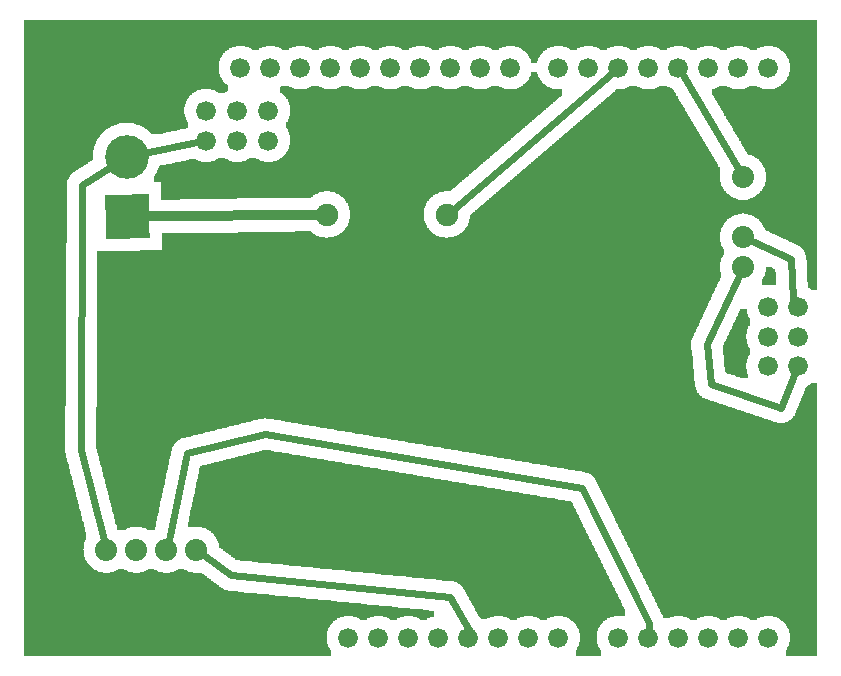
<source format=gbl>
G04 MADE WITH FRITZING*
G04 WWW.FRITZING.ORG*
G04 DOUBLE SIDED*
G04 HOLES PLATED*
G04 CONTOUR ON CENTER OF CONTOUR VECTOR*
%ASAXBY*%
%FSLAX23Y23*%
%MOIN*%
%OFA0B0*%
%SFA1.0B1.0*%
%ADD10C,0.075000*%
%ADD11C,0.145669*%
%ADD12C,0.073749*%
%ADD13C,0.073889*%
%ADD14C,0.066111*%
%ADD15C,0.066139*%
%ADD16C,0.066083*%
%ADD17C,0.032000*%
%ADD18C,0.024000*%
%ADD19R,0.001000X0.001000*%
%LNCOPPER0*%
G90*
G70*
G54D10*
X2604Y2093D03*
X740Y647D03*
G54D11*
X383Y1706D03*
X387Y1506D03*
G54D12*
X2438Y1339D03*
X2438Y1439D03*
X2438Y1639D03*
G54D13*
X316Y396D03*
X416Y396D03*
X516Y396D03*
X616Y396D03*
G54D10*
X1051Y1513D03*
X1451Y1513D03*
G54D14*
X2122Y103D03*
X2222Y103D03*
X2322Y103D03*
X2422Y103D03*
X2522Y103D03*
X1662Y2003D03*
X1562Y2003D03*
X1462Y2003D03*
X1362Y2003D03*
X1262Y2003D03*
X1162Y2003D03*
X1062Y2003D03*
X962Y2003D03*
X862Y2003D03*
X762Y2003D03*
X2522Y2003D03*
X2422Y2003D03*
X2322Y2003D03*
G54D15*
X2222Y2003D03*
G54D14*
X2122Y2003D03*
X2022Y2003D03*
X1922Y2003D03*
X1822Y2003D03*
X1222Y103D03*
G54D16*
X1122Y103D03*
X1322Y103D03*
G54D14*
X1422Y103D03*
X1522Y103D03*
X1622Y103D03*
X1722Y103D03*
X1822Y103D03*
X2022Y103D03*
X2621Y1205D03*
G54D15*
X2521Y1205D03*
G54D14*
X2621Y1106D03*
G54D15*
X2521Y1106D03*
X2621Y1007D03*
X2521Y1007D03*
G54D14*
X752Y1860D03*
X752Y1760D03*
X856Y1860D03*
X856Y1760D03*
X648Y1860D03*
X648Y1760D03*
G54D17*
X1017Y1513D02*
X451Y1507D01*
G54D18*
D02*
X1473Y1532D02*
X1999Y1983D01*
D02*
X2238Y1977D02*
X2422Y1667D01*
D02*
X2597Y1364D02*
X2604Y1231D01*
D02*
X2467Y1425D02*
X2597Y1364D01*
D02*
X2604Y1231D02*
X2604Y1231D01*
D02*
X731Y311D02*
X1462Y239D01*
D02*
X1462Y239D02*
X1524Y127D01*
D02*
X643Y375D02*
X731Y311D01*
D02*
X1524Y127D02*
X1524Y133D01*
D02*
X230Y730D02*
X236Y1611D01*
D02*
X307Y429D02*
X230Y730D01*
D02*
X236Y1611D02*
X334Y1674D01*
D02*
X844Y782D02*
X1901Y603D01*
D02*
X1901Y603D02*
X2124Y151D01*
D02*
X584Y717D02*
X844Y782D01*
D02*
X2124Y151D02*
X2123Y133D01*
D02*
X523Y429D02*
X584Y717D01*
D02*
X440Y1718D02*
X619Y1754D01*
D02*
X2564Y870D02*
X2609Y979D01*
D02*
X2330Y948D02*
X2564Y870D01*
D02*
X2317Y1081D02*
X2330Y948D01*
D02*
X2424Y1310D02*
X2317Y1081D01*
G36*
X40Y2163D02*
X40Y2075D01*
X2538Y2075D01*
X2538Y2073D01*
X2544Y2073D01*
X2544Y2071D01*
X2550Y2071D01*
X2550Y2069D01*
X2554Y2069D01*
X2554Y2067D01*
X2558Y2067D01*
X2558Y2065D01*
X2562Y2065D01*
X2562Y2063D01*
X2564Y2063D01*
X2564Y2061D01*
X2566Y2061D01*
X2566Y2059D01*
X2570Y2059D01*
X2570Y2057D01*
X2572Y2057D01*
X2572Y2055D01*
X2574Y2055D01*
X2574Y2053D01*
X2576Y2053D01*
X2576Y2051D01*
X2578Y2051D01*
X2578Y2047D01*
X2580Y2047D01*
X2580Y2045D01*
X2582Y2045D01*
X2582Y2043D01*
X2584Y2043D01*
X2584Y2039D01*
X2586Y2039D01*
X2586Y2035D01*
X2588Y2035D01*
X2588Y2031D01*
X2590Y2031D01*
X2590Y2027D01*
X2592Y2027D01*
X2592Y2019D01*
X2594Y2019D01*
X2594Y1987D01*
X2592Y1987D01*
X2592Y1979D01*
X2590Y1979D01*
X2590Y1975D01*
X2588Y1975D01*
X2588Y1971D01*
X2586Y1971D01*
X2586Y1967D01*
X2584Y1967D01*
X2584Y1963D01*
X2582Y1963D01*
X2582Y1961D01*
X2580Y1961D01*
X2580Y1959D01*
X2578Y1959D01*
X2578Y1955D01*
X2576Y1955D01*
X2576Y1953D01*
X2574Y1953D01*
X2574Y1951D01*
X2572Y1951D01*
X2572Y1949D01*
X2570Y1949D01*
X2570Y1947D01*
X2566Y1947D01*
X2566Y1945D01*
X2564Y1945D01*
X2564Y1943D01*
X2562Y1943D01*
X2562Y1941D01*
X2558Y1941D01*
X2558Y1939D01*
X2554Y1939D01*
X2554Y1937D01*
X2550Y1937D01*
X2550Y1935D01*
X2544Y1935D01*
X2544Y1933D01*
X2538Y1933D01*
X2538Y1931D01*
X2686Y1931D01*
X2686Y2163D01*
X40Y2163D01*
G37*
D02*
G36*
X40Y2075D02*
X40Y1933D01*
X656Y1933D01*
X656Y1931D01*
X666Y1931D01*
X666Y1929D01*
X674Y1929D01*
X674Y1927D01*
X678Y1927D01*
X678Y1925D01*
X682Y1925D01*
X682Y1923D01*
X686Y1923D01*
X686Y1921D01*
X688Y1921D01*
X688Y1919D01*
X712Y1919D01*
X712Y1921D01*
X716Y1921D01*
X716Y1923D01*
X718Y1923D01*
X718Y1925D01*
X720Y1925D01*
X720Y1945D01*
X718Y1945D01*
X718Y1947D01*
X714Y1947D01*
X714Y1949D01*
X712Y1949D01*
X712Y1951D01*
X710Y1951D01*
X710Y1953D01*
X708Y1953D01*
X708Y1955D01*
X706Y1955D01*
X706Y1959D01*
X704Y1959D01*
X704Y1961D01*
X702Y1961D01*
X702Y1965D01*
X700Y1965D01*
X700Y1967D01*
X698Y1967D01*
X698Y1971D01*
X696Y1971D01*
X696Y1975D01*
X694Y1975D01*
X694Y1981D01*
X692Y1981D01*
X692Y1989D01*
X690Y1989D01*
X690Y2017D01*
X692Y2017D01*
X692Y2025D01*
X694Y2025D01*
X694Y2031D01*
X696Y2031D01*
X696Y2035D01*
X698Y2035D01*
X698Y2039D01*
X700Y2039D01*
X700Y2041D01*
X702Y2041D01*
X702Y2045D01*
X704Y2045D01*
X704Y2047D01*
X706Y2047D01*
X706Y2051D01*
X708Y2051D01*
X708Y2053D01*
X710Y2053D01*
X710Y2055D01*
X712Y2055D01*
X712Y2057D01*
X714Y2057D01*
X714Y2059D01*
X718Y2059D01*
X718Y2061D01*
X720Y2061D01*
X720Y2063D01*
X724Y2063D01*
X724Y2065D01*
X726Y2065D01*
X726Y2067D01*
X730Y2067D01*
X730Y2069D01*
X734Y2069D01*
X734Y2071D01*
X740Y2071D01*
X740Y2073D01*
X748Y2073D01*
X748Y2075D01*
X40Y2075D01*
G37*
D02*
G36*
X778Y2075D02*
X778Y2073D01*
X784Y2073D01*
X784Y2071D01*
X790Y2071D01*
X790Y2069D01*
X794Y2069D01*
X794Y2067D01*
X798Y2067D01*
X798Y2065D01*
X802Y2065D01*
X802Y2063D01*
X824Y2063D01*
X824Y2065D01*
X826Y2065D01*
X826Y2067D01*
X830Y2067D01*
X830Y2069D01*
X834Y2069D01*
X834Y2071D01*
X840Y2071D01*
X840Y2073D01*
X848Y2073D01*
X848Y2075D01*
X778Y2075D01*
G37*
D02*
G36*
X878Y2075D02*
X878Y2073D01*
X884Y2073D01*
X884Y2071D01*
X890Y2071D01*
X890Y2069D01*
X894Y2069D01*
X894Y2067D01*
X898Y2067D01*
X898Y2065D01*
X902Y2065D01*
X902Y2063D01*
X924Y2063D01*
X924Y2065D01*
X926Y2065D01*
X926Y2067D01*
X930Y2067D01*
X930Y2069D01*
X934Y2069D01*
X934Y2071D01*
X940Y2071D01*
X940Y2073D01*
X948Y2073D01*
X948Y2075D01*
X878Y2075D01*
G37*
D02*
G36*
X978Y2075D02*
X978Y2073D01*
X984Y2073D01*
X984Y2071D01*
X990Y2071D01*
X990Y2069D01*
X994Y2069D01*
X994Y2067D01*
X998Y2067D01*
X998Y2065D01*
X1002Y2065D01*
X1002Y2063D01*
X1024Y2063D01*
X1024Y2065D01*
X1026Y2065D01*
X1026Y2067D01*
X1030Y2067D01*
X1030Y2069D01*
X1034Y2069D01*
X1034Y2071D01*
X1040Y2071D01*
X1040Y2073D01*
X1048Y2073D01*
X1048Y2075D01*
X978Y2075D01*
G37*
D02*
G36*
X1078Y2075D02*
X1078Y2073D01*
X1084Y2073D01*
X1084Y2071D01*
X1090Y2071D01*
X1090Y2069D01*
X1094Y2069D01*
X1094Y2067D01*
X1098Y2067D01*
X1098Y2065D01*
X1102Y2065D01*
X1102Y2063D01*
X1124Y2063D01*
X1124Y2065D01*
X1126Y2065D01*
X1126Y2067D01*
X1130Y2067D01*
X1130Y2069D01*
X1134Y2069D01*
X1134Y2071D01*
X1140Y2071D01*
X1140Y2073D01*
X1148Y2073D01*
X1148Y2075D01*
X1078Y2075D01*
G37*
D02*
G36*
X1178Y2075D02*
X1178Y2073D01*
X1184Y2073D01*
X1184Y2071D01*
X1190Y2071D01*
X1190Y2069D01*
X1194Y2069D01*
X1194Y2067D01*
X1198Y2067D01*
X1198Y2065D01*
X1202Y2065D01*
X1202Y2063D01*
X1224Y2063D01*
X1224Y2065D01*
X1226Y2065D01*
X1226Y2067D01*
X1230Y2067D01*
X1230Y2069D01*
X1234Y2069D01*
X1234Y2071D01*
X1240Y2071D01*
X1240Y2073D01*
X1248Y2073D01*
X1248Y2075D01*
X1178Y2075D01*
G37*
D02*
G36*
X1278Y2075D02*
X1278Y2073D01*
X1284Y2073D01*
X1284Y2071D01*
X1290Y2071D01*
X1290Y2069D01*
X1294Y2069D01*
X1294Y2067D01*
X1298Y2067D01*
X1298Y2065D01*
X1302Y2065D01*
X1302Y2063D01*
X1324Y2063D01*
X1324Y2065D01*
X1326Y2065D01*
X1326Y2067D01*
X1330Y2067D01*
X1330Y2069D01*
X1334Y2069D01*
X1334Y2071D01*
X1340Y2071D01*
X1340Y2073D01*
X1348Y2073D01*
X1348Y2075D01*
X1278Y2075D01*
G37*
D02*
G36*
X1378Y2075D02*
X1378Y2073D01*
X1384Y2073D01*
X1384Y2071D01*
X1390Y2071D01*
X1390Y2069D01*
X1394Y2069D01*
X1394Y2067D01*
X1398Y2067D01*
X1398Y2065D01*
X1402Y2065D01*
X1402Y2063D01*
X1424Y2063D01*
X1424Y2065D01*
X1426Y2065D01*
X1426Y2067D01*
X1430Y2067D01*
X1430Y2069D01*
X1434Y2069D01*
X1434Y2071D01*
X1440Y2071D01*
X1440Y2073D01*
X1448Y2073D01*
X1448Y2075D01*
X1378Y2075D01*
G37*
D02*
G36*
X1478Y2075D02*
X1478Y2073D01*
X1484Y2073D01*
X1484Y2071D01*
X1490Y2071D01*
X1490Y2069D01*
X1494Y2069D01*
X1494Y2067D01*
X1498Y2067D01*
X1498Y2065D01*
X1502Y2065D01*
X1502Y2063D01*
X1524Y2063D01*
X1524Y2065D01*
X1526Y2065D01*
X1526Y2067D01*
X1530Y2067D01*
X1530Y2069D01*
X1534Y2069D01*
X1534Y2071D01*
X1540Y2071D01*
X1540Y2073D01*
X1548Y2073D01*
X1548Y2075D01*
X1478Y2075D01*
G37*
D02*
G36*
X1578Y2075D02*
X1578Y2073D01*
X1584Y2073D01*
X1584Y2071D01*
X1590Y2071D01*
X1590Y2069D01*
X1594Y2069D01*
X1594Y2067D01*
X1598Y2067D01*
X1598Y2065D01*
X1602Y2065D01*
X1602Y2063D01*
X1624Y2063D01*
X1624Y2065D01*
X1626Y2065D01*
X1626Y2067D01*
X1630Y2067D01*
X1630Y2069D01*
X1634Y2069D01*
X1634Y2071D01*
X1640Y2071D01*
X1640Y2073D01*
X1648Y2073D01*
X1648Y2075D01*
X1578Y2075D01*
G37*
D02*
G36*
X1678Y2075D02*
X1678Y2073D01*
X1684Y2073D01*
X1684Y2071D01*
X1690Y2071D01*
X1690Y2069D01*
X1694Y2069D01*
X1694Y2067D01*
X1698Y2067D01*
X1698Y2065D01*
X1702Y2065D01*
X1702Y2063D01*
X1704Y2063D01*
X1704Y2061D01*
X1706Y2061D01*
X1706Y2059D01*
X1710Y2059D01*
X1710Y2057D01*
X1712Y2057D01*
X1712Y2055D01*
X1714Y2055D01*
X1714Y2053D01*
X1716Y2053D01*
X1716Y2051D01*
X1718Y2051D01*
X1718Y2047D01*
X1720Y2047D01*
X1720Y2045D01*
X1722Y2045D01*
X1722Y2043D01*
X1724Y2043D01*
X1724Y2039D01*
X1726Y2039D01*
X1726Y2035D01*
X1728Y2035D01*
X1728Y2031D01*
X1730Y2031D01*
X1730Y2027D01*
X1732Y2027D01*
X1732Y2019D01*
X1752Y2019D01*
X1752Y2025D01*
X1754Y2025D01*
X1754Y2031D01*
X1756Y2031D01*
X1756Y2035D01*
X1758Y2035D01*
X1758Y2039D01*
X1760Y2039D01*
X1760Y2041D01*
X1762Y2041D01*
X1762Y2045D01*
X1764Y2045D01*
X1764Y2047D01*
X1766Y2047D01*
X1766Y2049D01*
X1768Y2049D01*
X1768Y2053D01*
X1770Y2053D01*
X1770Y2055D01*
X1772Y2055D01*
X1772Y2057D01*
X1774Y2057D01*
X1774Y2059D01*
X1778Y2059D01*
X1778Y2061D01*
X1780Y2061D01*
X1780Y2063D01*
X1784Y2063D01*
X1784Y2065D01*
X1786Y2065D01*
X1786Y2067D01*
X1790Y2067D01*
X1790Y2069D01*
X1794Y2069D01*
X1794Y2071D01*
X1800Y2071D01*
X1800Y2073D01*
X1808Y2073D01*
X1808Y2075D01*
X1678Y2075D01*
G37*
D02*
G36*
X1838Y2075D02*
X1838Y2073D01*
X1844Y2073D01*
X1844Y2071D01*
X1850Y2071D01*
X1850Y2069D01*
X1854Y2069D01*
X1854Y2067D01*
X1858Y2067D01*
X1858Y2065D01*
X1862Y2065D01*
X1862Y2063D01*
X1884Y2063D01*
X1884Y2065D01*
X1886Y2065D01*
X1886Y2067D01*
X1890Y2067D01*
X1890Y2069D01*
X1894Y2069D01*
X1894Y2071D01*
X1900Y2071D01*
X1900Y2073D01*
X1908Y2073D01*
X1908Y2075D01*
X1838Y2075D01*
G37*
D02*
G36*
X1938Y2075D02*
X1938Y2073D01*
X1944Y2073D01*
X1944Y2071D01*
X1950Y2071D01*
X1950Y2069D01*
X1954Y2069D01*
X1954Y2067D01*
X1958Y2067D01*
X1958Y2065D01*
X1962Y2065D01*
X1962Y2063D01*
X1984Y2063D01*
X1984Y2065D01*
X1986Y2065D01*
X1986Y2067D01*
X1990Y2067D01*
X1990Y2069D01*
X1994Y2069D01*
X1994Y2071D01*
X2000Y2071D01*
X2000Y2073D01*
X2008Y2073D01*
X2008Y2075D01*
X1938Y2075D01*
G37*
D02*
G36*
X2038Y2075D02*
X2038Y2073D01*
X2044Y2073D01*
X2044Y2071D01*
X2050Y2071D01*
X2050Y2069D01*
X2054Y2069D01*
X2054Y2067D01*
X2058Y2067D01*
X2058Y2065D01*
X2062Y2065D01*
X2062Y2063D01*
X2084Y2063D01*
X2084Y2065D01*
X2086Y2065D01*
X2086Y2067D01*
X2090Y2067D01*
X2090Y2069D01*
X2094Y2069D01*
X2094Y2071D01*
X2100Y2071D01*
X2100Y2073D01*
X2108Y2073D01*
X2108Y2075D01*
X2038Y2075D01*
G37*
D02*
G36*
X2138Y2075D02*
X2138Y2073D01*
X2144Y2073D01*
X2144Y2071D01*
X2150Y2071D01*
X2150Y2069D01*
X2154Y2069D01*
X2154Y2067D01*
X2158Y2067D01*
X2158Y2065D01*
X2162Y2065D01*
X2162Y2063D01*
X2184Y2063D01*
X2184Y2065D01*
X2186Y2065D01*
X2186Y2067D01*
X2190Y2067D01*
X2190Y2069D01*
X2194Y2069D01*
X2194Y2071D01*
X2200Y2071D01*
X2200Y2073D01*
X2208Y2073D01*
X2208Y2075D01*
X2138Y2075D01*
G37*
D02*
G36*
X2238Y2075D02*
X2238Y2073D01*
X2244Y2073D01*
X2244Y2071D01*
X2250Y2071D01*
X2250Y2069D01*
X2254Y2069D01*
X2254Y2067D01*
X2258Y2067D01*
X2258Y2065D01*
X2262Y2065D01*
X2262Y2063D01*
X2284Y2063D01*
X2284Y2065D01*
X2286Y2065D01*
X2286Y2067D01*
X2290Y2067D01*
X2290Y2069D01*
X2294Y2069D01*
X2294Y2071D01*
X2300Y2071D01*
X2300Y2073D01*
X2308Y2073D01*
X2308Y2075D01*
X2238Y2075D01*
G37*
D02*
G36*
X2338Y2075D02*
X2338Y2073D01*
X2344Y2073D01*
X2344Y2071D01*
X2350Y2071D01*
X2350Y2069D01*
X2354Y2069D01*
X2354Y2067D01*
X2358Y2067D01*
X2358Y2065D01*
X2362Y2065D01*
X2362Y2063D01*
X2384Y2063D01*
X2384Y2065D01*
X2386Y2065D01*
X2386Y2067D01*
X2390Y2067D01*
X2390Y2069D01*
X2394Y2069D01*
X2394Y2071D01*
X2400Y2071D01*
X2400Y2073D01*
X2408Y2073D01*
X2408Y2075D01*
X2338Y2075D01*
G37*
D02*
G36*
X2438Y2075D02*
X2438Y2073D01*
X2444Y2073D01*
X2444Y2071D01*
X2450Y2071D01*
X2450Y2069D01*
X2454Y2069D01*
X2454Y2067D01*
X2458Y2067D01*
X2458Y2065D01*
X2462Y2065D01*
X2462Y2063D01*
X2484Y2063D01*
X2484Y2065D01*
X2486Y2065D01*
X2486Y2067D01*
X2490Y2067D01*
X2490Y2069D01*
X2494Y2069D01*
X2494Y2071D01*
X2500Y2071D01*
X2500Y2073D01*
X2508Y2073D01*
X2508Y2075D01*
X2438Y2075D01*
G37*
D02*
G36*
X1732Y1987D02*
X1732Y1979D01*
X1730Y1979D01*
X1730Y1975D01*
X1728Y1975D01*
X1728Y1971D01*
X1726Y1971D01*
X1726Y1967D01*
X1724Y1967D01*
X1724Y1963D01*
X1722Y1963D01*
X1722Y1961D01*
X1720Y1961D01*
X1720Y1959D01*
X1718Y1959D01*
X1718Y1955D01*
X1716Y1955D01*
X1716Y1953D01*
X1714Y1953D01*
X1714Y1951D01*
X1712Y1951D01*
X1712Y1949D01*
X1710Y1949D01*
X1710Y1947D01*
X1706Y1947D01*
X1706Y1945D01*
X1704Y1945D01*
X1704Y1943D01*
X1702Y1943D01*
X1702Y1941D01*
X1698Y1941D01*
X1698Y1939D01*
X1694Y1939D01*
X1694Y1937D01*
X1690Y1937D01*
X1690Y1935D01*
X1684Y1935D01*
X1684Y1933D01*
X1678Y1933D01*
X1678Y1931D01*
X1808Y1931D01*
X1808Y1933D01*
X1800Y1933D01*
X1800Y1935D01*
X1794Y1935D01*
X1794Y1937D01*
X1790Y1937D01*
X1790Y1939D01*
X1786Y1939D01*
X1786Y1941D01*
X1784Y1941D01*
X1784Y1943D01*
X1780Y1943D01*
X1780Y1945D01*
X1778Y1945D01*
X1778Y1947D01*
X1774Y1947D01*
X1774Y1949D01*
X1772Y1949D01*
X1772Y1951D01*
X1770Y1951D01*
X1770Y1953D01*
X1768Y1953D01*
X1768Y1957D01*
X1766Y1957D01*
X1766Y1959D01*
X1764Y1959D01*
X1764Y1961D01*
X1762Y1961D01*
X1762Y1965D01*
X1760Y1965D01*
X1760Y1967D01*
X1758Y1967D01*
X1758Y1971D01*
X1756Y1971D01*
X1756Y1975D01*
X1754Y1975D01*
X1754Y1981D01*
X1752Y1981D01*
X1752Y1987D01*
X1732Y1987D01*
G37*
D02*
G36*
X902Y1943D02*
X902Y1941D01*
X898Y1941D01*
X898Y1939D01*
X896Y1939D01*
X896Y1931D01*
X948Y1931D01*
X948Y1933D01*
X940Y1933D01*
X940Y1935D01*
X934Y1935D01*
X934Y1937D01*
X930Y1937D01*
X930Y1939D01*
X926Y1939D01*
X926Y1941D01*
X924Y1941D01*
X924Y1943D01*
X902Y1943D01*
G37*
D02*
G36*
X1002Y1943D02*
X1002Y1941D01*
X998Y1941D01*
X998Y1939D01*
X994Y1939D01*
X994Y1937D01*
X990Y1937D01*
X990Y1935D01*
X984Y1935D01*
X984Y1933D01*
X978Y1933D01*
X978Y1931D01*
X1048Y1931D01*
X1048Y1933D01*
X1040Y1933D01*
X1040Y1935D01*
X1034Y1935D01*
X1034Y1937D01*
X1030Y1937D01*
X1030Y1939D01*
X1026Y1939D01*
X1026Y1941D01*
X1024Y1941D01*
X1024Y1943D01*
X1002Y1943D01*
G37*
D02*
G36*
X1102Y1943D02*
X1102Y1941D01*
X1098Y1941D01*
X1098Y1939D01*
X1094Y1939D01*
X1094Y1937D01*
X1090Y1937D01*
X1090Y1935D01*
X1084Y1935D01*
X1084Y1933D01*
X1078Y1933D01*
X1078Y1931D01*
X1148Y1931D01*
X1148Y1933D01*
X1140Y1933D01*
X1140Y1935D01*
X1134Y1935D01*
X1134Y1937D01*
X1130Y1937D01*
X1130Y1939D01*
X1126Y1939D01*
X1126Y1941D01*
X1124Y1941D01*
X1124Y1943D01*
X1102Y1943D01*
G37*
D02*
G36*
X1202Y1943D02*
X1202Y1941D01*
X1198Y1941D01*
X1198Y1939D01*
X1194Y1939D01*
X1194Y1937D01*
X1190Y1937D01*
X1190Y1935D01*
X1184Y1935D01*
X1184Y1933D01*
X1178Y1933D01*
X1178Y1931D01*
X1248Y1931D01*
X1248Y1933D01*
X1240Y1933D01*
X1240Y1935D01*
X1234Y1935D01*
X1234Y1937D01*
X1230Y1937D01*
X1230Y1939D01*
X1226Y1939D01*
X1226Y1941D01*
X1224Y1941D01*
X1224Y1943D01*
X1202Y1943D01*
G37*
D02*
G36*
X1302Y1943D02*
X1302Y1941D01*
X1298Y1941D01*
X1298Y1939D01*
X1294Y1939D01*
X1294Y1937D01*
X1290Y1937D01*
X1290Y1935D01*
X1284Y1935D01*
X1284Y1933D01*
X1278Y1933D01*
X1278Y1931D01*
X1348Y1931D01*
X1348Y1933D01*
X1340Y1933D01*
X1340Y1935D01*
X1334Y1935D01*
X1334Y1937D01*
X1330Y1937D01*
X1330Y1939D01*
X1326Y1939D01*
X1326Y1941D01*
X1324Y1941D01*
X1324Y1943D01*
X1302Y1943D01*
G37*
D02*
G36*
X1402Y1943D02*
X1402Y1941D01*
X1398Y1941D01*
X1398Y1939D01*
X1394Y1939D01*
X1394Y1937D01*
X1390Y1937D01*
X1390Y1935D01*
X1384Y1935D01*
X1384Y1933D01*
X1378Y1933D01*
X1378Y1931D01*
X1448Y1931D01*
X1448Y1933D01*
X1440Y1933D01*
X1440Y1935D01*
X1434Y1935D01*
X1434Y1937D01*
X1430Y1937D01*
X1430Y1939D01*
X1426Y1939D01*
X1426Y1941D01*
X1424Y1941D01*
X1424Y1943D01*
X1402Y1943D01*
G37*
D02*
G36*
X1502Y1943D02*
X1502Y1941D01*
X1498Y1941D01*
X1498Y1939D01*
X1494Y1939D01*
X1494Y1937D01*
X1490Y1937D01*
X1490Y1935D01*
X1484Y1935D01*
X1484Y1933D01*
X1478Y1933D01*
X1478Y1931D01*
X1548Y1931D01*
X1548Y1933D01*
X1540Y1933D01*
X1540Y1935D01*
X1534Y1935D01*
X1534Y1937D01*
X1530Y1937D01*
X1530Y1939D01*
X1526Y1939D01*
X1526Y1941D01*
X1524Y1941D01*
X1524Y1943D01*
X1502Y1943D01*
G37*
D02*
G36*
X1602Y1943D02*
X1602Y1941D01*
X1598Y1941D01*
X1598Y1939D01*
X1594Y1939D01*
X1594Y1937D01*
X1590Y1937D01*
X1590Y1935D01*
X1584Y1935D01*
X1584Y1933D01*
X1578Y1933D01*
X1578Y1931D01*
X1648Y1931D01*
X1648Y1933D01*
X1640Y1933D01*
X1640Y1935D01*
X1634Y1935D01*
X1634Y1937D01*
X1630Y1937D01*
X1630Y1939D01*
X1626Y1939D01*
X1626Y1941D01*
X1624Y1941D01*
X1624Y1943D01*
X1602Y1943D01*
G37*
D02*
G36*
X2062Y1943D02*
X2062Y1941D01*
X2058Y1941D01*
X2058Y1939D01*
X2054Y1939D01*
X2054Y1937D01*
X2050Y1937D01*
X2050Y1935D01*
X2044Y1935D01*
X2044Y1933D01*
X2038Y1933D01*
X2038Y1931D01*
X2108Y1931D01*
X2108Y1933D01*
X2100Y1933D01*
X2100Y1935D01*
X2094Y1935D01*
X2094Y1937D01*
X2090Y1937D01*
X2090Y1939D01*
X2086Y1939D01*
X2086Y1941D01*
X2084Y1941D01*
X2084Y1943D01*
X2062Y1943D01*
G37*
D02*
G36*
X2162Y1943D02*
X2162Y1941D01*
X2158Y1941D01*
X2158Y1939D01*
X2154Y1939D01*
X2154Y1937D01*
X2150Y1937D01*
X2150Y1935D01*
X2144Y1935D01*
X2144Y1933D01*
X2138Y1933D01*
X2138Y1931D01*
X2204Y1931D01*
X2204Y1933D01*
X2200Y1933D01*
X2200Y1935D01*
X2194Y1935D01*
X2194Y1937D01*
X2190Y1937D01*
X2190Y1939D01*
X2186Y1939D01*
X2186Y1941D01*
X2184Y1941D01*
X2184Y1943D01*
X2162Y1943D01*
G37*
D02*
G36*
X2362Y1943D02*
X2362Y1941D01*
X2358Y1941D01*
X2358Y1939D01*
X2354Y1939D01*
X2354Y1937D01*
X2350Y1937D01*
X2350Y1935D01*
X2344Y1935D01*
X2344Y1933D01*
X2338Y1933D01*
X2338Y1931D01*
X2408Y1931D01*
X2408Y1933D01*
X2400Y1933D01*
X2400Y1935D01*
X2394Y1935D01*
X2394Y1937D01*
X2390Y1937D01*
X2390Y1939D01*
X2386Y1939D01*
X2386Y1941D01*
X2384Y1941D01*
X2384Y1943D01*
X2362Y1943D01*
G37*
D02*
G36*
X2462Y1943D02*
X2462Y1941D01*
X2458Y1941D01*
X2458Y1939D01*
X2454Y1939D01*
X2454Y1937D01*
X2450Y1937D01*
X2450Y1935D01*
X2444Y1935D01*
X2444Y1933D01*
X2438Y1933D01*
X2438Y1931D01*
X2508Y1931D01*
X2508Y1933D01*
X2500Y1933D01*
X2500Y1935D01*
X2494Y1935D01*
X2494Y1937D01*
X2490Y1937D01*
X2490Y1939D01*
X2486Y1939D01*
X2486Y1941D01*
X2484Y1941D01*
X2484Y1943D01*
X2462Y1943D01*
G37*
D02*
G36*
X40Y1933D02*
X40Y1819D01*
X396Y1819D01*
X396Y1817D01*
X408Y1817D01*
X408Y1815D01*
X416Y1815D01*
X416Y1813D01*
X422Y1813D01*
X422Y1811D01*
X428Y1811D01*
X428Y1809D01*
X432Y1809D01*
X432Y1807D01*
X436Y1807D01*
X436Y1805D01*
X440Y1805D01*
X440Y1803D01*
X442Y1803D01*
X442Y1801D01*
X446Y1801D01*
X446Y1799D01*
X448Y1799D01*
X448Y1797D01*
X452Y1797D01*
X452Y1795D01*
X454Y1795D01*
X454Y1793D01*
X456Y1793D01*
X456Y1791D01*
X458Y1791D01*
X458Y1789D01*
X460Y1789D01*
X460Y1787D01*
X462Y1787D01*
X462Y1785D01*
X464Y1785D01*
X464Y1783D01*
X466Y1783D01*
X466Y1781D01*
X494Y1781D01*
X494Y1783D01*
X504Y1783D01*
X504Y1785D01*
X514Y1785D01*
X514Y1787D01*
X524Y1787D01*
X524Y1789D01*
X532Y1789D01*
X532Y1791D01*
X542Y1791D01*
X542Y1793D01*
X552Y1793D01*
X552Y1795D01*
X562Y1795D01*
X562Y1797D01*
X572Y1797D01*
X572Y1799D01*
X582Y1799D01*
X582Y1801D01*
X588Y1801D01*
X588Y1821D01*
X586Y1821D01*
X586Y1825D01*
X584Y1825D01*
X584Y1829D01*
X582Y1829D01*
X582Y1833D01*
X580Y1833D01*
X580Y1839D01*
X578Y1839D01*
X578Y1847D01*
X576Y1847D01*
X576Y1873D01*
X578Y1873D01*
X578Y1881D01*
X580Y1881D01*
X580Y1887D01*
X582Y1887D01*
X582Y1891D01*
X584Y1891D01*
X584Y1895D01*
X586Y1895D01*
X586Y1899D01*
X588Y1899D01*
X588Y1901D01*
X590Y1901D01*
X590Y1903D01*
X592Y1903D01*
X592Y1907D01*
X594Y1907D01*
X594Y1909D01*
X596Y1909D01*
X596Y1911D01*
X598Y1911D01*
X598Y1913D01*
X600Y1913D01*
X600Y1915D01*
X602Y1915D01*
X602Y1917D01*
X606Y1917D01*
X606Y1919D01*
X608Y1919D01*
X608Y1921D01*
X612Y1921D01*
X612Y1923D01*
X614Y1923D01*
X614Y1925D01*
X618Y1925D01*
X618Y1927D01*
X624Y1927D01*
X624Y1929D01*
X630Y1929D01*
X630Y1931D01*
X640Y1931D01*
X640Y1933D01*
X40Y1933D01*
G37*
D02*
G36*
X896Y1931D02*
X896Y1929D01*
X1836Y1929D01*
X1836Y1931D01*
X896Y1931D01*
G37*
D02*
G36*
X896Y1931D02*
X896Y1929D01*
X1836Y1929D01*
X1836Y1931D01*
X896Y1931D01*
G37*
D02*
G36*
X896Y1931D02*
X896Y1929D01*
X1836Y1929D01*
X1836Y1931D01*
X896Y1931D01*
G37*
D02*
G36*
X896Y1931D02*
X896Y1929D01*
X1836Y1929D01*
X1836Y1931D01*
X896Y1931D01*
G37*
D02*
G36*
X896Y1931D02*
X896Y1929D01*
X1836Y1929D01*
X1836Y1931D01*
X896Y1931D01*
G37*
D02*
G36*
X896Y1931D02*
X896Y1929D01*
X1836Y1929D01*
X1836Y1931D01*
X896Y1931D01*
G37*
D02*
G36*
X896Y1931D02*
X896Y1929D01*
X1836Y1929D01*
X1836Y1931D01*
X896Y1931D01*
G37*
D02*
G36*
X896Y1931D02*
X896Y1929D01*
X1836Y1929D01*
X1836Y1931D01*
X896Y1931D01*
G37*
D02*
G36*
X896Y1931D02*
X896Y1929D01*
X1836Y1929D01*
X1836Y1931D01*
X896Y1931D01*
G37*
D02*
G36*
X2016Y1931D02*
X2016Y1929D01*
X2206Y1929D01*
X2206Y1931D01*
X2016Y1931D01*
G37*
D02*
G36*
X2016Y1931D02*
X2016Y1929D01*
X2206Y1929D01*
X2206Y1931D01*
X2016Y1931D01*
G37*
D02*
G36*
X2336Y1931D02*
X2336Y1929D01*
X2686Y1929D01*
X2686Y1931D01*
X2336Y1931D01*
G37*
D02*
G36*
X2336Y1931D02*
X2336Y1929D01*
X2686Y1929D01*
X2686Y1931D01*
X2336Y1931D01*
G37*
D02*
G36*
X2336Y1931D02*
X2336Y1929D01*
X2686Y1929D01*
X2686Y1931D01*
X2336Y1931D01*
G37*
D02*
G36*
X896Y1929D02*
X896Y1919D01*
X900Y1919D01*
X900Y1917D01*
X902Y1917D01*
X902Y1915D01*
X904Y1915D01*
X904Y1913D01*
X906Y1913D01*
X906Y1911D01*
X908Y1911D01*
X908Y1909D01*
X910Y1909D01*
X910Y1907D01*
X912Y1907D01*
X912Y1905D01*
X914Y1905D01*
X914Y1903D01*
X916Y1903D01*
X916Y1899D01*
X918Y1899D01*
X918Y1897D01*
X920Y1897D01*
X920Y1893D01*
X922Y1893D01*
X922Y1889D01*
X924Y1889D01*
X924Y1883D01*
X926Y1883D01*
X926Y1877D01*
X928Y1877D01*
X928Y1843D01*
X926Y1843D01*
X926Y1837D01*
X924Y1837D01*
X924Y1831D01*
X922Y1831D01*
X922Y1827D01*
X920Y1827D01*
X920Y1823D01*
X918Y1823D01*
X918Y1821D01*
X916Y1821D01*
X916Y1801D01*
X918Y1801D01*
X918Y1797D01*
X920Y1797D01*
X920Y1793D01*
X922Y1793D01*
X922Y1789D01*
X924Y1789D01*
X924Y1783D01*
X926Y1783D01*
X926Y1777D01*
X928Y1777D01*
X928Y1745D01*
X926Y1745D01*
X926Y1737D01*
X924Y1737D01*
X924Y1731D01*
X922Y1731D01*
X922Y1727D01*
X920Y1727D01*
X920Y1725D01*
X918Y1725D01*
X918Y1721D01*
X916Y1721D01*
X916Y1719D01*
X914Y1719D01*
X914Y1715D01*
X912Y1715D01*
X912Y1713D01*
X910Y1713D01*
X910Y1711D01*
X908Y1711D01*
X908Y1709D01*
X906Y1709D01*
X906Y1707D01*
X904Y1707D01*
X904Y1705D01*
X902Y1705D01*
X902Y1703D01*
X898Y1703D01*
X898Y1701D01*
X896Y1701D01*
X896Y1699D01*
X892Y1699D01*
X892Y1697D01*
X890Y1697D01*
X890Y1695D01*
X886Y1695D01*
X886Y1693D01*
X880Y1693D01*
X880Y1691D01*
X872Y1691D01*
X872Y1689D01*
X1578Y1689D01*
X1578Y1691D01*
X1580Y1691D01*
X1580Y1693D01*
X1582Y1693D01*
X1582Y1695D01*
X1584Y1695D01*
X1584Y1697D01*
X1586Y1697D01*
X1586Y1699D01*
X1590Y1699D01*
X1590Y1701D01*
X1592Y1701D01*
X1592Y1703D01*
X1594Y1703D01*
X1594Y1705D01*
X1596Y1705D01*
X1596Y1707D01*
X1598Y1707D01*
X1598Y1709D01*
X1600Y1709D01*
X1600Y1711D01*
X1604Y1711D01*
X1604Y1713D01*
X1606Y1713D01*
X1606Y1715D01*
X1608Y1715D01*
X1608Y1717D01*
X1610Y1717D01*
X1610Y1719D01*
X1612Y1719D01*
X1612Y1721D01*
X1614Y1721D01*
X1614Y1723D01*
X1618Y1723D01*
X1618Y1725D01*
X1620Y1725D01*
X1620Y1727D01*
X1622Y1727D01*
X1622Y1729D01*
X1624Y1729D01*
X1624Y1731D01*
X1626Y1731D01*
X1626Y1733D01*
X1628Y1733D01*
X1628Y1735D01*
X1632Y1735D01*
X1632Y1737D01*
X1634Y1737D01*
X1634Y1739D01*
X1636Y1739D01*
X1636Y1741D01*
X1638Y1741D01*
X1638Y1743D01*
X1640Y1743D01*
X1640Y1745D01*
X1642Y1745D01*
X1642Y1747D01*
X1646Y1747D01*
X1646Y1749D01*
X1648Y1749D01*
X1648Y1751D01*
X1650Y1751D01*
X1650Y1753D01*
X1652Y1753D01*
X1652Y1755D01*
X1654Y1755D01*
X1654Y1757D01*
X1656Y1757D01*
X1656Y1759D01*
X1660Y1759D01*
X1660Y1761D01*
X1662Y1761D01*
X1662Y1763D01*
X1664Y1763D01*
X1664Y1765D01*
X1666Y1765D01*
X1666Y1767D01*
X1668Y1767D01*
X1668Y1769D01*
X1670Y1769D01*
X1670Y1771D01*
X1672Y1771D01*
X1672Y1773D01*
X1676Y1773D01*
X1676Y1775D01*
X1678Y1775D01*
X1678Y1777D01*
X1680Y1777D01*
X1680Y1779D01*
X1682Y1779D01*
X1682Y1781D01*
X1684Y1781D01*
X1684Y1783D01*
X1686Y1783D01*
X1686Y1785D01*
X1690Y1785D01*
X1690Y1787D01*
X1692Y1787D01*
X1692Y1789D01*
X1694Y1789D01*
X1694Y1791D01*
X1696Y1791D01*
X1696Y1793D01*
X1698Y1793D01*
X1698Y1795D01*
X1700Y1795D01*
X1700Y1797D01*
X1704Y1797D01*
X1704Y1799D01*
X1706Y1799D01*
X1706Y1801D01*
X1708Y1801D01*
X1708Y1803D01*
X1710Y1803D01*
X1710Y1805D01*
X1712Y1805D01*
X1712Y1807D01*
X1714Y1807D01*
X1714Y1809D01*
X1718Y1809D01*
X1718Y1811D01*
X1720Y1811D01*
X1720Y1813D01*
X1722Y1813D01*
X1722Y1815D01*
X1724Y1815D01*
X1724Y1817D01*
X1726Y1817D01*
X1726Y1819D01*
X1728Y1819D01*
X1728Y1821D01*
X1732Y1821D01*
X1732Y1823D01*
X1734Y1823D01*
X1734Y1825D01*
X1736Y1825D01*
X1736Y1827D01*
X1738Y1827D01*
X1738Y1829D01*
X1740Y1829D01*
X1740Y1831D01*
X1742Y1831D01*
X1742Y1833D01*
X1746Y1833D01*
X1746Y1835D01*
X1748Y1835D01*
X1748Y1837D01*
X1750Y1837D01*
X1750Y1839D01*
X1752Y1839D01*
X1752Y1841D01*
X1754Y1841D01*
X1754Y1843D01*
X1756Y1843D01*
X1756Y1845D01*
X1760Y1845D01*
X1760Y1847D01*
X1762Y1847D01*
X1762Y1849D01*
X1764Y1849D01*
X1764Y1851D01*
X1766Y1851D01*
X1766Y1853D01*
X1768Y1853D01*
X1768Y1855D01*
X1770Y1855D01*
X1770Y1857D01*
X1774Y1857D01*
X1774Y1859D01*
X1776Y1859D01*
X1776Y1861D01*
X1778Y1861D01*
X1778Y1863D01*
X1780Y1863D01*
X1780Y1865D01*
X1782Y1865D01*
X1782Y1867D01*
X1784Y1867D01*
X1784Y1869D01*
X1788Y1869D01*
X1788Y1871D01*
X1790Y1871D01*
X1790Y1873D01*
X1792Y1873D01*
X1792Y1875D01*
X1794Y1875D01*
X1794Y1877D01*
X1796Y1877D01*
X1796Y1879D01*
X1798Y1879D01*
X1798Y1881D01*
X1802Y1881D01*
X1802Y1883D01*
X1804Y1883D01*
X1804Y1885D01*
X1806Y1885D01*
X1806Y1887D01*
X1808Y1887D01*
X1808Y1889D01*
X1810Y1889D01*
X1810Y1891D01*
X1812Y1891D01*
X1812Y1893D01*
X1816Y1893D01*
X1816Y1895D01*
X1818Y1895D01*
X1818Y1897D01*
X1820Y1897D01*
X1820Y1899D01*
X1822Y1899D01*
X1822Y1901D01*
X1824Y1901D01*
X1824Y1903D01*
X1826Y1903D01*
X1826Y1905D01*
X1830Y1905D01*
X1830Y1907D01*
X1832Y1907D01*
X1832Y1909D01*
X1834Y1909D01*
X1834Y1911D01*
X1836Y1911D01*
X1836Y1929D01*
X896Y1929D01*
G37*
D02*
G36*
X2014Y1929D02*
X2014Y1927D01*
X2012Y1927D01*
X2012Y1925D01*
X2010Y1925D01*
X2010Y1923D01*
X2008Y1923D01*
X2008Y1921D01*
X2006Y1921D01*
X2006Y1919D01*
X2004Y1919D01*
X2004Y1917D01*
X2000Y1917D01*
X2000Y1915D01*
X1998Y1915D01*
X1998Y1913D01*
X1996Y1913D01*
X1996Y1911D01*
X1994Y1911D01*
X1994Y1909D01*
X1992Y1909D01*
X1992Y1907D01*
X1990Y1907D01*
X1990Y1905D01*
X1986Y1905D01*
X1986Y1903D01*
X1984Y1903D01*
X1984Y1901D01*
X1982Y1901D01*
X1982Y1899D01*
X1980Y1899D01*
X1980Y1897D01*
X1978Y1897D01*
X1978Y1895D01*
X1976Y1895D01*
X1976Y1893D01*
X1972Y1893D01*
X1972Y1891D01*
X1970Y1891D01*
X1970Y1889D01*
X1968Y1889D01*
X1968Y1887D01*
X1966Y1887D01*
X1966Y1885D01*
X1964Y1885D01*
X1964Y1883D01*
X1962Y1883D01*
X1962Y1881D01*
X1958Y1881D01*
X1958Y1879D01*
X1956Y1879D01*
X1956Y1877D01*
X1954Y1877D01*
X1954Y1875D01*
X1952Y1875D01*
X1952Y1873D01*
X1950Y1873D01*
X1950Y1871D01*
X1948Y1871D01*
X1948Y1869D01*
X1944Y1869D01*
X1944Y1867D01*
X1942Y1867D01*
X1942Y1865D01*
X1940Y1865D01*
X1940Y1863D01*
X1938Y1863D01*
X1938Y1861D01*
X1936Y1861D01*
X1936Y1859D01*
X1934Y1859D01*
X1934Y1857D01*
X1930Y1857D01*
X1930Y1855D01*
X1928Y1855D01*
X1928Y1853D01*
X1926Y1853D01*
X1926Y1851D01*
X1924Y1851D01*
X1924Y1849D01*
X1922Y1849D01*
X1922Y1847D01*
X1920Y1847D01*
X1920Y1845D01*
X1916Y1845D01*
X1916Y1843D01*
X1914Y1843D01*
X1914Y1841D01*
X1912Y1841D01*
X1912Y1839D01*
X1910Y1839D01*
X1910Y1837D01*
X1908Y1837D01*
X1908Y1835D01*
X1906Y1835D01*
X1906Y1833D01*
X1902Y1833D01*
X1902Y1831D01*
X1900Y1831D01*
X1900Y1829D01*
X1898Y1829D01*
X1898Y1827D01*
X1896Y1827D01*
X1896Y1825D01*
X1894Y1825D01*
X1894Y1823D01*
X1892Y1823D01*
X1892Y1821D01*
X1888Y1821D01*
X1888Y1819D01*
X1886Y1819D01*
X1886Y1817D01*
X1884Y1817D01*
X1884Y1815D01*
X1882Y1815D01*
X1882Y1813D01*
X1880Y1813D01*
X1880Y1811D01*
X1878Y1811D01*
X1878Y1809D01*
X1874Y1809D01*
X1874Y1807D01*
X1872Y1807D01*
X1872Y1805D01*
X1870Y1805D01*
X1870Y1803D01*
X1868Y1803D01*
X1868Y1801D01*
X1866Y1801D01*
X1866Y1799D01*
X1864Y1799D01*
X1864Y1797D01*
X1860Y1797D01*
X1860Y1795D01*
X1858Y1795D01*
X1858Y1793D01*
X1856Y1793D01*
X1856Y1791D01*
X1854Y1791D01*
X1854Y1789D01*
X1852Y1789D01*
X1852Y1787D01*
X1850Y1787D01*
X1850Y1785D01*
X1846Y1785D01*
X1846Y1783D01*
X1844Y1783D01*
X1844Y1781D01*
X1842Y1781D01*
X1842Y1779D01*
X1840Y1779D01*
X1840Y1777D01*
X1838Y1777D01*
X1838Y1775D01*
X1836Y1775D01*
X1836Y1773D01*
X1832Y1773D01*
X1832Y1771D01*
X1830Y1771D01*
X1830Y1769D01*
X1828Y1769D01*
X1828Y1767D01*
X1826Y1767D01*
X1826Y1765D01*
X1824Y1765D01*
X1824Y1763D01*
X1822Y1763D01*
X1822Y1761D01*
X1818Y1761D01*
X1818Y1759D01*
X1816Y1759D01*
X1816Y1757D01*
X1814Y1757D01*
X1814Y1755D01*
X1812Y1755D01*
X1812Y1753D01*
X1810Y1753D01*
X1810Y1751D01*
X1808Y1751D01*
X1808Y1749D01*
X1804Y1749D01*
X1804Y1747D01*
X1802Y1747D01*
X1802Y1745D01*
X1800Y1745D01*
X1800Y1743D01*
X1798Y1743D01*
X1798Y1741D01*
X1796Y1741D01*
X1796Y1739D01*
X1794Y1739D01*
X1794Y1737D01*
X1790Y1737D01*
X1790Y1735D01*
X1788Y1735D01*
X1788Y1733D01*
X1786Y1733D01*
X1786Y1731D01*
X1784Y1731D01*
X1784Y1729D01*
X1782Y1729D01*
X1782Y1727D01*
X1780Y1727D01*
X1780Y1725D01*
X1776Y1725D01*
X1776Y1723D01*
X1774Y1723D01*
X1774Y1721D01*
X1772Y1721D01*
X1772Y1719D01*
X1770Y1719D01*
X1770Y1717D01*
X1768Y1717D01*
X1768Y1715D01*
X1766Y1715D01*
X1766Y1713D01*
X1762Y1713D01*
X1762Y1711D01*
X1760Y1711D01*
X1760Y1709D01*
X1758Y1709D01*
X1758Y1707D01*
X1756Y1707D01*
X1756Y1705D01*
X1754Y1705D01*
X1754Y1703D01*
X1752Y1703D01*
X1752Y1701D01*
X1748Y1701D01*
X1748Y1699D01*
X1746Y1699D01*
X1746Y1697D01*
X1744Y1697D01*
X1744Y1695D01*
X1742Y1695D01*
X1742Y1693D01*
X1740Y1693D01*
X1740Y1691D01*
X1738Y1691D01*
X1738Y1689D01*
X1734Y1689D01*
X1734Y1687D01*
X1732Y1687D01*
X1732Y1685D01*
X1730Y1685D01*
X1730Y1683D01*
X1728Y1683D01*
X1728Y1681D01*
X1726Y1681D01*
X1726Y1679D01*
X1724Y1679D01*
X1724Y1677D01*
X1720Y1677D01*
X1720Y1675D01*
X1718Y1675D01*
X1718Y1673D01*
X1716Y1673D01*
X1716Y1671D01*
X1714Y1671D01*
X1714Y1669D01*
X1712Y1669D01*
X1712Y1667D01*
X1710Y1667D01*
X1710Y1665D01*
X1706Y1665D01*
X1706Y1663D01*
X1704Y1663D01*
X1704Y1661D01*
X1702Y1661D01*
X1702Y1659D01*
X1700Y1659D01*
X1700Y1657D01*
X1698Y1657D01*
X1698Y1655D01*
X1696Y1655D01*
X1696Y1653D01*
X1692Y1653D01*
X1692Y1651D01*
X1690Y1651D01*
X1690Y1649D01*
X1688Y1649D01*
X1688Y1647D01*
X1686Y1647D01*
X1686Y1645D01*
X1684Y1645D01*
X1684Y1643D01*
X1682Y1643D01*
X1682Y1641D01*
X1678Y1641D01*
X1678Y1639D01*
X1676Y1639D01*
X1676Y1637D01*
X1674Y1637D01*
X1674Y1635D01*
X1672Y1635D01*
X1672Y1633D01*
X1670Y1633D01*
X1670Y1631D01*
X1668Y1631D01*
X1668Y1629D01*
X1664Y1629D01*
X1664Y1627D01*
X1662Y1627D01*
X1662Y1625D01*
X1660Y1625D01*
X1660Y1623D01*
X1658Y1623D01*
X1658Y1621D01*
X1656Y1621D01*
X1656Y1619D01*
X1654Y1619D01*
X1654Y1617D01*
X1650Y1617D01*
X1650Y1615D01*
X1648Y1615D01*
X1648Y1613D01*
X1646Y1613D01*
X1646Y1611D01*
X1644Y1611D01*
X1644Y1609D01*
X1642Y1609D01*
X1642Y1607D01*
X1640Y1607D01*
X1640Y1605D01*
X1636Y1605D01*
X1636Y1603D01*
X1634Y1603D01*
X1634Y1601D01*
X1632Y1601D01*
X1632Y1599D01*
X1630Y1599D01*
X1630Y1597D01*
X1628Y1597D01*
X1628Y1595D01*
X1626Y1595D01*
X1626Y1593D01*
X1622Y1593D01*
X1622Y1591D01*
X1620Y1591D01*
X1620Y1589D01*
X1618Y1589D01*
X1618Y1587D01*
X1616Y1587D01*
X1616Y1585D01*
X1614Y1585D01*
X1614Y1583D01*
X1612Y1583D01*
X1612Y1581D01*
X1608Y1581D01*
X1608Y1579D01*
X1606Y1579D01*
X1606Y1577D01*
X1604Y1577D01*
X1604Y1575D01*
X1602Y1575D01*
X1602Y1573D01*
X1600Y1573D01*
X1600Y1571D01*
X1598Y1571D01*
X1598Y1569D01*
X1594Y1569D01*
X1594Y1567D01*
X1592Y1567D01*
X1592Y1565D01*
X1590Y1565D01*
X1590Y1563D01*
X2422Y1563D01*
X2422Y1565D01*
X2414Y1565D01*
X2414Y1567D01*
X2410Y1567D01*
X2410Y1569D01*
X2404Y1569D01*
X2404Y1571D01*
X2402Y1571D01*
X2402Y1573D01*
X2398Y1573D01*
X2398Y1575D01*
X2394Y1575D01*
X2394Y1577D01*
X2392Y1577D01*
X2392Y1579D01*
X2390Y1579D01*
X2390Y1581D01*
X2386Y1581D01*
X2386Y1583D01*
X2384Y1583D01*
X2384Y1585D01*
X2382Y1585D01*
X2382Y1587D01*
X2380Y1587D01*
X2380Y1591D01*
X2378Y1591D01*
X2378Y1593D01*
X2376Y1593D01*
X2376Y1595D01*
X2374Y1595D01*
X2374Y1599D01*
X2372Y1599D01*
X2372Y1601D01*
X2370Y1601D01*
X2370Y1605D01*
X2368Y1605D01*
X2368Y1609D01*
X2366Y1609D01*
X2366Y1615D01*
X2364Y1615D01*
X2364Y1623D01*
X2362Y1623D01*
X2362Y1667D01*
X2360Y1667D01*
X2360Y1671D01*
X2358Y1671D01*
X2358Y1673D01*
X2356Y1673D01*
X2356Y1677D01*
X2354Y1677D01*
X2354Y1681D01*
X2352Y1681D01*
X2352Y1683D01*
X2350Y1683D01*
X2350Y1687D01*
X2348Y1687D01*
X2348Y1691D01*
X2346Y1691D01*
X2346Y1695D01*
X2344Y1695D01*
X2344Y1697D01*
X2342Y1697D01*
X2342Y1701D01*
X2340Y1701D01*
X2340Y1705D01*
X2338Y1705D01*
X2338Y1707D01*
X2336Y1707D01*
X2336Y1711D01*
X2334Y1711D01*
X2334Y1715D01*
X2332Y1715D01*
X2332Y1717D01*
X2330Y1717D01*
X2330Y1721D01*
X2328Y1721D01*
X2328Y1725D01*
X2326Y1725D01*
X2326Y1727D01*
X2324Y1727D01*
X2324Y1731D01*
X2322Y1731D01*
X2322Y1735D01*
X2320Y1735D01*
X2320Y1737D01*
X2318Y1737D01*
X2318Y1741D01*
X2316Y1741D01*
X2316Y1745D01*
X2314Y1745D01*
X2314Y1747D01*
X2312Y1747D01*
X2312Y1751D01*
X2310Y1751D01*
X2310Y1755D01*
X2308Y1755D01*
X2308Y1759D01*
X2306Y1759D01*
X2306Y1761D01*
X2304Y1761D01*
X2304Y1765D01*
X2302Y1765D01*
X2302Y1769D01*
X2300Y1769D01*
X2300Y1771D01*
X2298Y1771D01*
X2298Y1775D01*
X2296Y1775D01*
X2296Y1779D01*
X2294Y1779D01*
X2294Y1781D01*
X2292Y1781D01*
X2292Y1785D01*
X2290Y1785D01*
X2290Y1789D01*
X2288Y1789D01*
X2288Y1791D01*
X2286Y1791D01*
X2286Y1795D01*
X2284Y1795D01*
X2284Y1799D01*
X2282Y1799D01*
X2282Y1801D01*
X2280Y1801D01*
X2280Y1805D01*
X2278Y1805D01*
X2278Y1809D01*
X2276Y1809D01*
X2276Y1813D01*
X2274Y1813D01*
X2274Y1815D01*
X2272Y1815D01*
X2272Y1819D01*
X2270Y1819D01*
X2270Y1823D01*
X2268Y1823D01*
X2268Y1825D01*
X2266Y1825D01*
X2266Y1829D01*
X2264Y1829D01*
X2264Y1833D01*
X2262Y1833D01*
X2262Y1835D01*
X2260Y1835D01*
X2260Y1839D01*
X2258Y1839D01*
X2258Y1843D01*
X2256Y1843D01*
X2256Y1845D01*
X2254Y1845D01*
X2254Y1849D01*
X2252Y1849D01*
X2252Y1853D01*
X2250Y1853D01*
X2250Y1855D01*
X2248Y1855D01*
X2248Y1859D01*
X2246Y1859D01*
X2246Y1863D01*
X2244Y1863D01*
X2244Y1867D01*
X2242Y1867D01*
X2242Y1869D01*
X2240Y1869D01*
X2240Y1873D01*
X2238Y1873D01*
X2238Y1877D01*
X2236Y1877D01*
X2236Y1879D01*
X2234Y1879D01*
X2234Y1883D01*
X2232Y1883D01*
X2232Y1887D01*
X2230Y1887D01*
X2230Y1889D01*
X2228Y1889D01*
X2228Y1893D01*
X2226Y1893D01*
X2226Y1897D01*
X2224Y1897D01*
X2224Y1899D01*
X2222Y1899D01*
X2222Y1903D01*
X2220Y1903D01*
X2220Y1907D01*
X2218Y1907D01*
X2218Y1909D01*
X2216Y1909D01*
X2216Y1913D01*
X2214Y1913D01*
X2214Y1917D01*
X2212Y1917D01*
X2212Y1919D01*
X2210Y1919D01*
X2210Y1923D01*
X2208Y1923D01*
X2208Y1927D01*
X2206Y1927D01*
X2206Y1929D01*
X2014Y1929D01*
G37*
D02*
G36*
X2336Y1929D02*
X2336Y1911D01*
X2338Y1911D01*
X2338Y1909D01*
X2340Y1909D01*
X2340Y1905D01*
X2342Y1905D01*
X2342Y1901D01*
X2344Y1901D01*
X2344Y1897D01*
X2346Y1897D01*
X2346Y1895D01*
X2348Y1895D01*
X2348Y1891D01*
X2350Y1891D01*
X2350Y1887D01*
X2352Y1887D01*
X2352Y1885D01*
X2354Y1885D01*
X2354Y1881D01*
X2356Y1881D01*
X2356Y1877D01*
X2358Y1877D01*
X2358Y1875D01*
X2360Y1875D01*
X2360Y1871D01*
X2362Y1871D01*
X2362Y1867D01*
X2364Y1867D01*
X2364Y1865D01*
X2366Y1865D01*
X2366Y1861D01*
X2368Y1861D01*
X2368Y1857D01*
X2370Y1857D01*
X2370Y1855D01*
X2372Y1855D01*
X2372Y1851D01*
X2374Y1851D01*
X2374Y1847D01*
X2376Y1847D01*
X2376Y1843D01*
X2378Y1843D01*
X2378Y1841D01*
X2380Y1841D01*
X2380Y1837D01*
X2382Y1837D01*
X2382Y1833D01*
X2384Y1833D01*
X2384Y1831D01*
X2386Y1831D01*
X2386Y1827D01*
X2388Y1827D01*
X2388Y1823D01*
X2390Y1823D01*
X2390Y1821D01*
X2392Y1821D01*
X2392Y1817D01*
X2394Y1817D01*
X2394Y1813D01*
X2396Y1813D01*
X2396Y1811D01*
X2398Y1811D01*
X2398Y1807D01*
X2400Y1807D01*
X2400Y1803D01*
X2402Y1803D01*
X2402Y1801D01*
X2404Y1801D01*
X2404Y1797D01*
X2406Y1797D01*
X2406Y1793D01*
X2408Y1793D01*
X2408Y1789D01*
X2410Y1789D01*
X2410Y1787D01*
X2412Y1787D01*
X2412Y1783D01*
X2414Y1783D01*
X2414Y1779D01*
X2416Y1779D01*
X2416Y1777D01*
X2418Y1777D01*
X2418Y1773D01*
X2420Y1773D01*
X2420Y1769D01*
X2422Y1769D01*
X2422Y1767D01*
X2424Y1767D01*
X2424Y1763D01*
X2426Y1763D01*
X2426Y1759D01*
X2428Y1759D01*
X2428Y1757D01*
X2430Y1757D01*
X2430Y1753D01*
X2432Y1753D01*
X2432Y1749D01*
X2434Y1749D01*
X2434Y1747D01*
X2436Y1747D01*
X2436Y1743D01*
X2438Y1743D01*
X2438Y1739D01*
X2440Y1739D01*
X2440Y1737D01*
X2442Y1737D01*
X2442Y1733D01*
X2444Y1733D01*
X2444Y1729D01*
X2446Y1729D01*
X2446Y1725D01*
X2448Y1725D01*
X2448Y1723D01*
X2450Y1723D01*
X2450Y1719D01*
X2452Y1719D01*
X2452Y1715D01*
X2456Y1715D01*
X2456Y1713D01*
X2462Y1713D01*
X2462Y1711D01*
X2468Y1711D01*
X2468Y1709D01*
X2472Y1709D01*
X2472Y1707D01*
X2476Y1707D01*
X2476Y1705D01*
X2478Y1705D01*
X2478Y1703D01*
X2482Y1703D01*
X2482Y1701D01*
X2484Y1701D01*
X2484Y1699D01*
X2488Y1699D01*
X2488Y1697D01*
X2490Y1697D01*
X2490Y1695D01*
X2492Y1695D01*
X2492Y1693D01*
X2494Y1693D01*
X2494Y1691D01*
X2496Y1691D01*
X2496Y1689D01*
X2498Y1689D01*
X2498Y1685D01*
X2500Y1685D01*
X2500Y1683D01*
X2502Y1683D01*
X2502Y1679D01*
X2504Y1679D01*
X2504Y1677D01*
X2506Y1677D01*
X2506Y1673D01*
X2508Y1673D01*
X2508Y1669D01*
X2510Y1669D01*
X2510Y1663D01*
X2512Y1663D01*
X2512Y1655D01*
X2514Y1655D01*
X2514Y1623D01*
X2512Y1623D01*
X2512Y1615D01*
X2510Y1615D01*
X2510Y1609D01*
X2508Y1609D01*
X2508Y1605D01*
X2506Y1605D01*
X2506Y1601D01*
X2504Y1601D01*
X2504Y1599D01*
X2502Y1599D01*
X2502Y1595D01*
X2500Y1595D01*
X2500Y1593D01*
X2498Y1593D01*
X2498Y1591D01*
X2496Y1591D01*
X2496Y1587D01*
X2494Y1587D01*
X2494Y1585D01*
X2492Y1585D01*
X2492Y1583D01*
X2490Y1583D01*
X2490Y1581D01*
X2486Y1581D01*
X2486Y1579D01*
X2484Y1579D01*
X2484Y1577D01*
X2482Y1577D01*
X2482Y1575D01*
X2478Y1575D01*
X2478Y1573D01*
X2474Y1573D01*
X2474Y1571D01*
X2472Y1571D01*
X2472Y1569D01*
X2466Y1569D01*
X2466Y1567D01*
X2462Y1567D01*
X2462Y1565D01*
X2454Y1565D01*
X2454Y1563D01*
X2686Y1563D01*
X2686Y1929D01*
X2336Y1929D01*
G37*
D02*
G36*
X40Y1819D02*
X40Y319D01*
X304Y319D01*
X304Y321D01*
X294Y321D01*
X294Y323D01*
X288Y323D01*
X288Y325D01*
X284Y325D01*
X284Y327D01*
X280Y327D01*
X280Y329D01*
X276Y329D01*
X276Y331D01*
X274Y331D01*
X274Y333D01*
X270Y333D01*
X270Y335D01*
X268Y335D01*
X268Y337D01*
X266Y337D01*
X266Y339D01*
X264Y339D01*
X264Y341D01*
X262Y341D01*
X262Y343D01*
X260Y343D01*
X260Y345D01*
X258Y345D01*
X258Y347D01*
X256Y347D01*
X256Y349D01*
X254Y349D01*
X254Y353D01*
X252Y353D01*
X252Y355D01*
X250Y355D01*
X250Y359D01*
X248Y359D01*
X248Y361D01*
X246Y361D01*
X246Y367D01*
X244Y367D01*
X244Y371D01*
X242Y371D01*
X242Y379D01*
X240Y379D01*
X240Y395D01*
X238Y395D01*
X238Y397D01*
X240Y397D01*
X240Y413D01*
X242Y413D01*
X242Y421D01*
X244Y421D01*
X244Y425D01*
X246Y425D01*
X246Y429D01*
X248Y429D01*
X248Y455D01*
X246Y455D01*
X246Y463D01*
X244Y463D01*
X244Y471D01*
X242Y471D01*
X242Y479D01*
X240Y479D01*
X240Y487D01*
X238Y487D01*
X238Y493D01*
X236Y493D01*
X236Y501D01*
X234Y501D01*
X234Y509D01*
X232Y509D01*
X232Y517D01*
X230Y517D01*
X230Y525D01*
X228Y525D01*
X228Y533D01*
X226Y533D01*
X226Y541D01*
X224Y541D01*
X224Y549D01*
X222Y549D01*
X222Y557D01*
X220Y557D01*
X220Y563D01*
X218Y563D01*
X218Y571D01*
X216Y571D01*
X216Y579D01*
X214Y579D01*
X214Y587D01*
X212Y587D01*
X212Y595D01*
X210Y595D01*
X210Y603D01*
X208Y603D01*
X208Y611D01*
X206Y611D01*
X206Y619D01*
X204Y619D01*
X204Y627D01*
X202Y627D01*
X202Y633D01*
X200Y633D01*
X200Y641D01*
X198Y641D01*
X198Y649D01*
X196Y649D01*
X196Y657D01*
X194Y657D01*
X194Y665D01*
X192Y665D01*
X192Y673D01*
X190Y673D01*
X190Y681D01*
X188Y681D01*
X188Y689D01*
X186Y689D01*
X186Y697D01*
X184Y697D01*
X184Y703D01*
X182Y703D01*
X182Y711D01*
X180Y711D01*
X180Y719D01*
X178Y719D01*
X178Y875D01*
X180Y875D01*
X180Y1147D01*
X182Y1147D01*
X182Y1417D01*
X184Y1417D01*
X184Y1619D01*
X186Y1619D01*
X186Y1627D01*
X188Y1627D01*
X188Y1633D01*
X190Y1633D01*
X190Y1637D01*
X192Y1637D01*
X192Y1639D01*
X194Y1639D01*
X194Y1643D01*
X196Y1643D01*
X196Y1645D01*
X198Y1645D01*
X198Y1647D01*
X200Y1647D01*
X200Y1649D01*
X202Y1649D01*
X202Y1651D01*
X204Y1651D01*
X204Y1653D01*
X206Y1653D01*
X206Y1655D01*
X210Y1655D01*
X210Y1657D01*
X212Y1657D01*
X212Y1659D01*
X216Y1659D01*
X216Y1661D01*
X220Y1661D01*
X220Y1663D01*
X222Y1663D01*
X222Y1665D01*
X226Y1665D01*
X226Y1667D01*
X228Y1667D01*
X228Y1669D01*
X232Y1669D01*
X232Y1671D01*
X234Y1671D01*
X234Y1673D01*
X238Y1673D01*
X238Y1675D01*
X240Y1675D01*
X240Y1677D01*
X244Y1677D01*
X244Y1679D01*
X248Y1679D01*
X248Y1681D01*
X250Y1681D01*
X250Y1683D01*
X254Y1683D01*
X254Y1685D01*
X256Y1685D01*
X256Y1687D01*
X260Y1687D01*
X260Y1689D01*
X262Y1689D01*
X262Y1691D01*
X266Y1691D01*
X266Y1693D01*
X268Y1693D01*
X268Y1695D01*
X270Y1695D01*
X270Y1717D01*
X272Y1717D01*
X272Y1729D01*
X274Y1729D01*
X274Y1737D01*
X276Y1737D01*
X276Y1743D01*
X278Y1743D01*
X278Y1749D01*
X280Y1749D01*
X280Y1753D01*
X282Y1753D01*
X282Y1757D01*
X284Y1757D01*
X284Y1761D01*
X286Y1761D01*
X286Y1765D01*
X288Y1765D01*
X288Y1769D01*
X290Y1769D01*
X290Y1771D01*
X292Y1771D01*
X292Y1773D01*
X294Y1773D01*
X294Y1777D01*
X296Y1777D01*
X296Y1779D01*
X298Y1779D01*
X298Y1781D01*
X300Y1781D01*
X300Y1783D01*
X302Y1783D01*
X302Y1785D01*
X304Y1785D01*
X304Y1787D01*
X306Y1787D01*
X306Y1789D01*
X308Y1789D01*
X308Y1791D01*
X310Y1791D01*
X310Y1793D01*
X312Y1793D01*
X312Y1795D01*
X316Y1795D01*
X316Y1797D01*
X318Y1797D01*
X318Y1799D01*
X320Y1799D01*
X320Y1801D01*
X324Y1801D01*
X324Y1803D01*
X328Y1803D01*
X328Y1805D01*
X332Y1805D01*
X332Y1807D01*
X336Y1807D01*
X336Y1809D01*
X340Y1809D01*
X340Y1811D01*
X344Y1811D01*
X344Y1813D01*
X350Y1813D01*
X350Y1815D01*
X358Y1815D01*
X358Y1817D01*
X370Y1817D01*
X370Y1819D01*
X40Y1819D01*
G37*
D02*
G36*
X690Y1703D02*
X690Y1701D01*
X688Y1701D01*
X688Y1699D01*
X684Y1699D01*
X684Y1697D01*
X682Y1697D01*
X682Y1695D01*
X678Y1695D01*
X678Y1693D01*
X672Y1693D01*
X672Y1691D01*
X664Y1691D01*
X664Y1689D01*
X736Y1689D01*
X736Y1691D01*
X728Y1691D01*
X728Y1693D01*
X724Y1693D01*
X724Y1695D01*
X720Y1695D01*
X720Y1697D01*
X716Y1697D01*
X716Y1699D01*
X712Y1699D01*
X712Y1701D01*
X710Y1701D01*
X710Y1703D01*
X690Y1703D01*
G37*
D02*
G36*
X794Y1703D02*
X794Y1701D01*
X792Y1701D01*
X792Y1699D01*
X788Y1699D01*
X788Y1697D01*
X786Y1697D01*
X786Y1695D01*
X782Y1695D01*
X782Y1693D01*
X776Y1693D01*
X776Y1691D01*
X768Y1691D01*
X768Y1689D01*
X840Y1689D01*
X840Y1691D01*
X832Y1691D01*
X832Y1693D01*
X828Y1693D01*
X828Y1695D01*
X824Y1695D01*
X824Y1697D01*
X820Y1697D01*
X820Y1699D01*
X816Y1699D01*
X816Y1701D01*
X814Y1701D01*
X814Y1703D01*
X794Y1703D01*
G37*
D02*
G36*
X592Y1697D02*
X592Y1695D01*
X582Y1695D01*
X582Y1693D01*
X572Y1693D01*
X572Y1691D01*
X564Y1691D01*
X564Y1689D01*
X632Y1689D01*
X632Y1691D01*
X624Y1691D01*
X624Y1693D01*
X620Y1693D01*
X620Y1695D01*
X616Y1695D01*
X616Y1697D01*
X592Y1697D01*
G37*
D02*
G36*
X554Y1689D02*
X554Y1687D01*
X1576Y1687D01*
X1576Y1689D01*
X554Y1689D01*
G37*
D02*
G36*
X554Y1689D02*
X554Y1687D01*
X1576Y1687D01*
X1576Y1689D01*
X554Y1689D01*
G37*
D02*
G36*
X554Y1689D02*
X554Y1687D01*
X1576Y1687D01*
X1576Y1689D01*
X554Y1689D01*
G37*
D02*
G36*
X554Y1689D02*
X554Y1687D01*
X1576Y1687D01*
X1576Y1689D01*
X554Y1689D01*
G37*
D02*
G36*
X544Y1687D02*
X544Y1685D01*
X534Y1685D01*
X534Y1683D01*
X524Y1683D01*
X524Y1681D01*
X514Y1681D01*
X514Y1679D01*
X504Y1679D01*
X504Y1677D01*
X496Y1677D01*
X496Y1675D01*
X492Y1675D01*
X492Y1673D01*
X490Y1673D01*
X490Y1667D01*
X488Y1667D01*
X488Y1661D01*
X486Y1661D01*
X486Y1657D01*
X484Y1657D01*
X484Y1653D01*
X482Y1653D01*
X482Y1649D01*
X480Y1649D01*
X480Y1647D01*
X478Y1647D01*
X478Y1643D01*
X476Y1643D01*
X476Y1641D01*
X474Y1641D01*
X474Y1621D01*
X498Y1621D01*
X498Y1591D01*
X1060Y1591D01*
X1060Y1589D01*
X1070Y1589D01*
X1070Y1587D01*
X1078Y1587D01*
X1078Y1585D01*
X1082Y1585D01*
X1082Y1583D01*
X1086Y1583D01*
X1086Y1581D01*
X1090Y1581D01*
X1090Y1579D01*
X1094Y1579D01*
X1094Y1577D01*
X1096Y1577D01*
X1096Y1575D01*
X1098Y1575D01*
X1098Y1573D01*
X1102Y1573D01*
X1102Y1571D01*
X1104Y1571D01*
X1104Y1569D01*
X1106Y1569D01*
X1106Y1567D01*
X1108Y1567D01*
X1108Y1565D01*
X1110Y1565D01*
X1110Y1563D01*
X1112Y1563D01*
X1112Y1559D01*
X1114Y1559D01*
X1114Y1557D01*
X1116Y1557D01*
X1116Y1553D01*
X1118Y1553D01*
X1118Y1551D01*
X1120Y1551D01*
X1120Y1547D01*
X1122Y1547D01*
X1122Y1541D01*
X1124Y1541D01*
X1124Y1537D01*
X1126Y1537D01*
X1126Y1529D01*
X1128Y1529D01*
X1128Y1497D01*
X1126Y1497D01*
X1126Y1491D01*
X1124Y1491D01*
X1124Y1485D01*
X1122Y1485D01*
X1122Y1479D01*
X1120Y1479D01*
X1120Y1475D01*
X1118Y1475D01*
X1118Y1473D01*
X1116Y1473D01*
X1116Y1469D01*
X1114Y1469D01*
X1114Y1467D01*
X1112Y1467D01*
X1112Y1465D01*
X1110Y1465D01*
X1110Y1461D01*
X1108Y1461D01*
X1108Y1459D01*
X1106Y1459D01*
X1106Y1457D01*
X1104Y1457D01*
X1104Y1455D01*
X1102Y1455D01*
X1102Y1453D01*
X1098Y1453D01*
X1098Y1451D01*
X1096Y1451D01*
X1096Y1449D01*
X1092Y1449D01*
X1092Y1447D01*
X1090Y1447D01*
X1090Y1445D01*
X1086Y1445D01*
X1086Y1443D01*
X1082Y1443D01*
X1082Y1441D01*
X1076Y1441D01*
X1076Y1439D01*
X1070Y1439D01*
X1070Y1437D01*
X1056Y1437D01*
X1056Y1435D01*
X1446Y1435D01*
X1446Y1437D01*
X1432Y1437D01*
X1432Y1439D01*
X1426Y1439D01*
X1426Y1441D01*
X1420Y1441D01*
X1420Y1443D01*
X1416Y1443D01*
X1416Y1445D01*
X1412Y1445D01*
X1412Y1447D01*
X1410Y1447D01*
X1410Y1449D01*
X1406Y1449D01*
X1406Y1451D01*
X1404Y1451D01*
X1404Y1453D01*
X1402Y1453D01*
X1402Y1455D01*
X1398Y1455D01*
X1398Y1457D01*
X1396Y1457D01*
X1396Y1459D01*
X1394Y1459D01*
X1394Y1463D01*
X1392Y1463D01*
X1392Y1465D01*
X1390Y1465D01*
X1390Y1467D01*
X1388Y1467D01*
X1388Y1469D01*
X1386Y1469D01*
X1386Y1473D01*
X1384Y1473D01*
X1384Y1477D01*
X1382Y1477D01*
X1382Y1481D01*
X1380Y1481D01*
X1380Y1485D01*
X1378Y1485D01*
X1378Y1491D01*
X1376Y1491D01*
X1376Y1499D01*
X1374Y1499D01*
X1374Y1527D01*
X1376Y1527D01*
X1376Y1535D01*
X1378Y1535D01*
X1378Y1541D01*
X1380Y1541D01*
X1380Y1547D01*
X1382Y1547D01*
X1382Y1551D01*
X1384Y1551D01*
X1384Y1553D01*
X1386Y1553D01*
X1386Y1557D01*
X1388Y1557D01*
X1388Y1559D01*
X1390Y1559D01*
X1390Y1561D01*
X1392Y1561D01*
X1392Y1565D01*
X1394Y1565D01*
X1394Y1567D01*
X1396Y1567D01*
X1396Y1569D01*
X1398Y1569D01*
X1398Y1571D01*
X1400Y1571D01*
X1400Y1573D01*
X1404Y1573D01*
X1404Y1575D01*
X1406Y1575D01*
X1406Y1577D01*
X1408Y1577D01*
X1408Y1579D01*
X1412Y1579D01*
X1412Y1581D01*
X1416Y1581D01*
X1416Y1583D01*
X1420Y1583D01*
X1420Y1585D01*
X1424Y1585D01*
X1424Y1587D01*
X1432Y1587D01*
X1432Y1589D01*
X1442Y1589D01*
X1442Y1591D01*
X1464Y1591D01*
X1464Y1593D01*
X1466Y1593D01*
X1466Y1595D01*
X1468Y1595D01*
X1468Y1597D01*
X1470Y1597D01*
X1470Y1599D01*
X1472Y1599D01*
X1472Y1601D01*
X1474Y1601D01*
X1474Y1603D01*
X1478Y1603D01*
X1478Y1605D01*
X1480Y1605D01*
X1480Y1607D01*
X1482Y1607D01*
X1482Y1609D01*
X1484Y1609D01*
X1484Y1611D01*
X1486Y1611D01*
X1486Y1613D01*
X1488Y1613D01*
X1488Y1615D01*
X1492Y1615D01*
X1492Y1617D01*
X1494Y1617D01*
X1494Y1619D01*
X1496Y1619D01*
X1496Y1621D01*
X1498Y1621D01*
X1498Y1623D01*
X1500Y1623D01*
X1500Y1625D01*
X1502Y1625D01*
X1502Y1627D01*
X1506Y1627D01*
X1506Y1629D01*
X1508Y1629D01*
X1508Y1631D01*
X1510Y1631D01*
X1510Y1633D01*
X1512Y1633D01*
X1512Y1635D01*
X1514Y1635D01*
X1514Y1637D01*
X1516Y1637D01*
X1516Y1639D01*
X1520Y1639D01*
X1520Y1641D01*
X1522Y1641D01*
X1522Y1643D01*
X1524Y1643D01*
X1524Y1645D01*
X1526Y1645D01*
X1526Y1647D01*
X1528Y1647D01*
X1528Y1649D01*
X1530Y1649D01*
X1530Y1651D01*
X1534Y1651D01*
X1534Y1653D01*
X1536Y1653D01*
X1536Y1655D01*
X1538Y1655D01*
X1538Y1657D01*
X1540Y1657D01*
X1540Y1659D01*
X1542Y1659D01*
X1542Y1661D01*
X1544Y1661D01*
X1544Y1663D01*
X1548Y1663D01*
X1548Y1665D01*
X1550Y1665D01*
X1550Y1667D01*
X1552Y1667D01*
X1552Y1669D01*
X1554Y1669D01*
X1554Y1671D01*
X1556Y1671D01*
X1556Y1673D01*
X1558Y1673D01*
X1558Y1675D01*
X1562Y1675D01*
X1562Y1677D01*
X1564Y1677D01*
X1564Y1679D01*
X1566Y1679D01*
X1566Y1681D01*
X1568Y1681D01*
X1568Y1683D01*
X1570Y1683D01*
X1570Y1685D01*
X1572Y1685D01*
X1572Y1687D01*
X544Y1687D01*
G37*
D02*
G36*
X498Y1591D02*
X498Y1563D01*
X562Y1563D01*
X562Y1565D01*
X752Y1565D01*
X752Y1567D01*
X942Y1567D01*
X942Y1569D01*
X998Y1569D01*
X998Y1571D01*
X1000Y1571D01*
X1000Y1573D01*
X1004Y1573D01*
X1004Y1575D01*
X1006Y1575D01*
X1006Y1577D01*
X1008Y1577D01*
X1008Y1579D01*
X1012Y1579D01*
X1012Y1581D01*
X1016Y1581D01*
X1016Y1583D01*
X1020Y1583D01*
X1020Y1585D01*
X1024Y1585D01*
X1024Y1587D01*
X1032Y1587D01*
X1032Y1589D01*
X1042Y1589D01*
X1042Y1591D01*
X498Y1591D01*
G37*
D02*
G36*
X1588Y1563D02*
X1588Y1561D01*
X2686Y1561D01*
X2686Y1563D01*
X1588Y1563D01*
G37*
D02*
G36*
X1588Y1563D02*
X1588Y1561D01*
X2686Y1561D01*
X2686Y1563D01*
X1588Y1563D01*
G37*
D02*
G36*
X1586Y1561D02*
X1586Y1559D01*
X1584Y1559D01*
X1584Y1557D01*
X1580Y1557D01*
X1580Y1555D01*
X1578Y1555D01*
X1578Y1553D01*
X1576Y1553D01*
X1576Y1551D01*
X1574Y1551D01*
X1574Y1549D01*
X1572Y1549D01*
X1572Y1547D01*
X1570Y1547D01*
X1570Y1545D01*
X1566Y1545D01*
X1566Y1543D01*
X1564Y1543D01*
X1564Y1541D01*
X1562Y1541D01*
X1562Y1539D01*
X1560Y1539D01*
X1560Y1537D01*
X1558Y1537D01*
X1558Y1535D01*
X1556Y1535D01*
X1556Y1533D01*
X1552Y1533D01*
X1552Y1531D01*
X1550Y1531D01*
X1550Y1529D01*
X1548Y1529D01*
X1548Y1527D01*
X1546Y1527D01*
X1546Y1525D01*
X1544Y1525D01*
X1544Y1523D01*
X1542Y1523D01*
X1542Y1521D01*
X1538Y1521D01*
X1538Y1519D01*
X1536Y1519D01*
X1536Y1517D01*
X2440Y1517D01*
X2440Y1515D01*
X2456Y1515D01*
X2456Y1513D01*
X2462Y1513D01*
X2462Y1511D01*
X2468Y1511D01*
X2468Y1509D01*
X2472Y1509D01*
X2472Y1507D01*
X2476Y1507D01*
X2476Y1505D01*
X2478Y1505D01*
X2478Y1503D01*
X2482Y1503D01*
X2482Y1501D01*
X2484Y1501D01*
X2484Y1499D01*
X2488Y1499D01*
X2488Y1497D01*
X2490Y1497D01*
X2490Y1495D01*
X2492Y1495D01*
X2492Y1493D01*
X2494Y1493D01*
X2494Y1491D01*
X2496Y1491D01*
X2496Y1489D01*
X2498Y1489D01*
X2498Y1485D01*
X2500Y1485D01*
X2500Y1483D01*
X2502Y1483D01*
X2502Y1479D01*
X2504Y1479D01*
X2504Y1477D01*
X2506Y1477D01*
X2506Y1473D01*
X2508Y1473D01*
X2508Y1469D01*
X2510Y1469D01*
X2510Y1463D01*
X2512Y1463D01*
X2512Y1461D01*
X2516Y1461D01*
X2516Y1459D01*
X2520Y1459D01*
X2520Y1457D01*
X2524Y1457D01*
X2524Y1455D01*
X2528Y1455D01*
X2528Y1453D01*
X2532Y1453D01*
X2532Y1451D01*
X2536Y1451D01*
X2536Y1449D01*
X2542Y1449D01*
X2542Y1447D01*
X2546Y1447D01*
X2546Y1445D01*
X2550Y1445D01*
X2550Y1443D01*
X2554Y1443D01*
X2554Y1441D01*
X2558Y1441D01*
X2558Y1439D01*
X2562Y1439D01*
X2562Y1437D01*
X2566Y1437D01*
X2566Y1435D01*
X2570Y1435D01*
X2570Y1433D01*
X2576Y1433D01*
X2576Y1431D01*
X2580Y1431D01*
X2580Y1429D01*
X2584Y1429D01*
X2584Y1427D01*
X2588Y1427D01*
X2588Y1425D01*
X2592Y1425D01*
X2592Y1423D01*
X2596Y1423D01*
X2596Y1421D01*
X2600Y1421D01*
X2600Y1419D01*
X2604Y1419D01*
X2604Y1417D01*
X2608Y1417D01*
X2608Y1415D01*
X2614Y1415D01*
X2614Y1413D01*
X2618Y1413D01*
X2618Y1411D01*
X2622Y1411D01*
X2622Y1409D01*
X2624Y1409D01*
X2624Y1407D01*
X2628Y1407D01*
X2628Y1405D01*
X2630Y1405D01*
X2630Y1403D01*
X2632Y1403D01*
X2632Y1401D01*
X2634Y1401D01*
X2634Y1399D01*
X2636Y1399D01*
X2636Y1397D01*
X2638Y1397D01*
X2638Y1395D01*
X2640Y1395D01*
X2640Y1391D01*
X2642Y1391D01*
X2642Y1387D01*
X2644Y1387D01*
X2644Y1383D01*
X2646Y1383D01*
X2646Y1377D01*
X2648Y1377D01*
X2648Y1363D01*
X2650Y1363D01*
X2650Y1327D01*
X2652Y1327D01*
X2652Y1289D01*
X2654Y1289D01*
X2654Y1269D01*
X2658Y1269D01*
X2658Y1267D01*
X2660Y1267D01*
X2660Y1265D01*
X2664Y1265D01*
X2664Y1263D01*
X2666Y1263D01*
X2666Y1261D01*
X2686Y1261D01*
X2686Y1561D01*
X1586Y1561D01*
G37*
D02*
G36*
X1534Y1517D02*
X1534Y1515D01*
X1532Y1515D01*
X1532Y1513D01*
X1530Y1513D01*
X1530Y1511D01*
X1528Y1511D01*
X1528Y1497D01*
X1526Y1497D01*
X1526Y1491D01*
X1524Y1491D01*
X1524Y1485D01*
X1522Y1485D01*
X1522Y1479D01*
X1520Y1479D01*
X1520Y1475D01*
X1518Y1475D01*
X1518Y1473D01*
X1516Y1473D01*
X1516Y1469D01*
X1514Y1469D01*
X1514Y1467D01*
X1512Y1467D01*
X1512Y1465D01*
X1510Y1465D01*
X1510Y1461D01*
X1508Y1461D01*
X1508Y1459D01*
X1506Y1459D01*
X1506Y1457D01*
X1504Y1457D01*
X1504Y1455D01*
X1502Y1455D01*
X1502Y1453D01*
X1498Y1453D01*
X1498Y1451D01*
X1496Y1451D01*
X1496Y1449D01*
X1492Y1449D01*
X1492Y1447D01*
X1490Y1447D01*
X1490Y1445D01*
X1486Y1445D01*
X1486Y1443D01*
X1482Y1443D01*
X1482Y1441D01*
X1476Y1441D01*
X1476Y1439D01*
X1470Y1439D01*
X1470Y1437D01*
X1456Y1437D01*
X1456Y1435D01*
X2362Y1435D01*
X2362Y1455D01*
X2364Y1455D01*
X2364Y1463D01*
X2366Y1463D01*
X2366Y1469D01*
X2368Y1469D01*
X2368Y1473D01*
X2370Y1473D01*
X2370Y1477D01*
X2372Y1477D01*
X2372Y1479D01*
X2374Y1479D01*
X2374Y1483D01*
X2376Y1483D01*
X2376Y1485D01*
X2378Y1485D01*
X2378Y1489D01*
X2380Y1489D01*
X2380Y1491D01*
X2382Y1491D01*
X2382Y1493D01*
X2384Y1493D01*
X2384Y1495D01*
X2386Y1495D01*
X2386Y1497D01*
X2388Y1497D01*
X2388Y1499D01*
X2392Y1499D01*
X2392Y1501D01*
X2394Y1501D01*
X2394Y1503D01*
X2398Y1503D01*
X2398Y1505D01*
X2400Y1505D01*
X2400Y1507D01*
X2404Y1507D01*
X2404Y1509D01*
X2408Y1509D01*
X2408Y1511D01*
X2414Y1511D01*
X2414Y1513D01*
X2420Y1513D01*
X2420Y1515D01*
X2436Y1515D01*
X2436Y1517D01*
X1534Y1517D01*
G37*
D02*
G36*
X944Y1457D02*
X944Y1455D01*
X754Y1455D01*
X754Y1453D01*
X564Y1453D01*
X564Y1451D01*
X500Y1451D01*
X500Y1435D01*
X1046Y1435D01*
X1046Y1437D01*
X1032Y1437D01*
X1032Y1439D01*
X1026Y1439D01*
X1026Y1441D01*
X1020Y1441D01*
X1020Y1443D01*
X1016Y1443D01*
X1016Y1445D01*
X1012Y1445D01*
X1012Y1447D01*
X1010Y1447D01*
X1010Y1449D01*
X1006Y1449D01*
X1006Y1451D01*
X1004Y1451D01*
X1004Y1453D01*
X1002Y1453D01*
X1002Y1455D01*
X998Y1455D01*
X998Y1457D01*
X944Y1457D01*
G37*
D02*
G36*
X500Y1435D02*
X500Y1433D01*
X2362Y1433D01*
X2362Y1435D01*
X500Y1435D01*
G37*
D02*
G36*
X500Y1435D02*
X500Y1433D01*
X2362Y1433D01*
X2362Y1435D01*
X500Y1435D01*
G37*
D02*
G36*
X500Y1435D02*
X500Y1433D01*
X2362Y1433D01*
X2362Y1435D01*
X500Y1435D01*
G37*
D02*
G36*
X500Y1433D02*
X500Y1429D01*
X502Y1429D01*
X502Y1395D01*
X428Y1395D01*
X428Y1393D01*
X312Y1393D01*
X312Y1391D01*
X286Y1391D01*
X286Y1145D01*
X284Y1145D01*
X284Y873D01*
X282Y873D01*
X282Y835D01*
X848Y835D01*
X848Y833D01*
X862Y833D01*
X862Y831D01*
X874Y831D01*
X874Y829D01*
X886Y829D01*
X886Y827D01*
X898Y827D01*
X898Y825D01*
X910Y825D01*
X910Y823D01*
X920Y823D01*
X920Y821D01*
X932Y821D01*
X932Y819D01*
X944Y819D01*
X944Y817D01*
X2562Y817D01*
X2562Y819D01*
X2550Y819D01*
X2550Y821D01*
X2544Y821D01*
X2544Y823D01*
X2538Y823D01*
X2538Y825D01*
X2532Y825D01*
X2532Y827D01*
X2526Y827D01*
X2526Y829D01*
X2520Y829D01*
X2520Y831D01*
X2514Y831D01*
X2514Y833D01*
X2508Y833D01*
X2508Y835D01*
X2502Y835D01*
X2502Y837D01*
X2496Y837D01*
X2496Y839D01*
X2490Y839D01*
X2490Y841D01*
X2484Y841D01*
X2484Y843D01*
X2478Y843D01*
X2478Y845D01*
X2472Y845D01*
X2472Y847D01*
X2466Y847D01*
X2466Y849D01*
X2460Y849D01*
X2460Y851D01*
X2454Y851D01*
X2454Y853D01*
X2448Y853D01*
X2448Y855D01*
X2442Y855D01*
X2442Y857D01*
X2436Y857D01*
X2436Y859D01*
X2430Y859D01*
X2430Y861D01*
X2424Y861D01*
X2424Y863D01*
X2418Y863D01*
X2418Y865D01*
X2412Y865D01*
X2412Y867D01*
X2406Y867D01*
X2406Y869D01*
X2400Y869D01*
X2400Y871D01*
X2394Y871D01*
X2394Y873D01*
X2388Y873D01*
X2388Y875D01*
X2382Y875D01*
X2382Y877D01*
X2376Y877D01*
X2376Y879D01*
X2370Y879D01*
X2370Y881D01*
X2364Y881D01*
X2364Y883D01*
X2358Y883D01*
X2358Y885D01*
X2352Y885D01*
X2352Y887D01*
X2346Y887D01*
X2346Y889D01*
X2340Y889D01*
X2340Y891D01*
X2334Y891D01*
X2334Y893D01*
X2328Y893D01*
X2328Y895D01*
X2322Y895D01*
X2322Y897D01*
X2316Y897D01*
X2316Y899D01*
X2310Y899D01*
X2310Y901D01*
X2306Y901D01*
X2306Y903D01*
X2302Y903D01*
X2302Y905D01*
X2300Y905D01*
X2300Y907D01*
X2298Y907D01*
X2298Y909D01*
X2294Y909D01*
X2294Y913D01*
X2292Y913D01*
X2292Y915D01*
X2290Y915D01*
X2290Y917D01*
X2288Y917D01*
X2288Y919D01*
X2286Y919D01*
X2286Y923D01*
X2284Y923D01*
X2284Y927D01*
X2282Y927D01*
X2282Y931D01*
X2280Y931D01*
X2280Y939D01*
X2278Y939D01*
X2278Y959D01*
X2276Y959D01*
X2276Y979D01*
X2274Y979D01*
X2274Y999D01*
X2272Y999D01*
X2272Y1019D01*
X2270Y1019D01*
X2270Y1041D01*
X2268Y1041D01*
X2268Y1061D01*
X2266Y1061D01*
X2266Y1095D01*
X2268Y1095D01*
X2268Y1101D01*
X2270Y1101D01*
X2270Y1105D01*
X2272Y1105D01*
X2272Y1109D01*
X2274Y1109D01*
X2274Y1113D01*
X2276Y1113D01*
X2276Y1117D01*
X2278Y1117D01*
X2278Y1123D01*
X2280Y1123D01*
X2280Y1127D01*
X2282Y1127D01*
X2282Y1131D01*
X2284Y1131D01*
X2284Y1135D01*
X2286Y1135D01*
X2286Y1139D01*
X2288Y1139D01*
X2288Y1143D01*
X2290Y1143D01*
X2290Y1147D01*
X2292Y1147D01*
X2292Y1153D01*
X2294Y1153D01*
X2294Y1157D01*
X2296Y1157D01*
X2296Y1161D01*
X2298Y1161D01*
X2298Y1165D01*
X2300Y1165D01*
X2300Y1169D01*
X2302Y1169D01*
X2302Y1173D01*
X2304Y1173D01*
X2304Y1177D01*
X2306Y1177D01*
X2306Y1183D01*
X2308Y1183D01*
X2308Y1187D01*
X2310Y1187D01*
X2310Y1191D01*
X2312Y1191D01*
X2312Y1195D01*
X2314Y1195D01*
X2314Y1199D01*
X2316Y1199D01*
X2316Y1203D01*
X2318Y1203D01*
X2318Y1207D01*
X2320Y1207D01*
X2320Y1211D01*
X2322Y1211D01*
X2322Y1217D01*
X2324Y1217D01*
X2324Y1221D01*
X2326Y1221D01*
X2326Y1225D01*
X2328Y1225D01*
X2328Y1229D01*
X2330Y1229D01*
X2330Y1233D01*
X2332Y1233D01*
X2332Y1237D01*
X2334Y1237D01*
X2334Y1241D01*
X2336Y1241D01*
X2336Y1247D01*
X2338Y1247D01*
X2338Y1251D01*
X2340Y1251D01*
X2340Y1255D01*
X2342Y1255D01*
X2342Y1259D01*
X2344Y1259D01*
X2344Y1263D01*
X2346Y1263D01*
X2346Y1267D01*
X2348Y1267D01*
X2348Y1271D01*
X2350Y1271D01*
X2350Y1277D01*
X2352Y1277D01*
X2352Y1281D01*
X2354Y1281D01*
X2354Y1285D01*
X2356Y1285D01*
X2356Y1289D01*
X2358Y1289D01*
X2358Y1293D01*
X2360Y1293D01*
X2360Y1297D01*
X2362Y1297D01*
X2362Y1301D01*
X2364Y1301D01*
X2364Y1323D01*
X2362Y1323D01*
X2362Y1355D01*
X2364Y1355D01*
X2364Y1363D01*
X2366Y1363D01*
X2366Y1369D01*
X2368Y1369D01*
X2368Y1373D01*
X2370Y1373D01*
X2370Y1377D01*
X2372Y1377D01*
X2372Y1379D01*
X2374Y1379D01*
X2374Y1399D01*
X2372Y1399D01*
X2372Y1401D01*
X2370Y1401D01*
X2370Y1405D01*
X2368Y1405D01*
X2368Y1409D01*
X2366Y1409D01*
X2366Y1415D01*
X2364Y1415D01*
X2364Y1423D01*
X2362Y1423D01*
X2362Y1433D01*
X500Y1433D01*
G37*
D02*
G36*
X2666Y951D02*
X2666Y949D01*
X2662Y949D01*
X2662Y947D01*
X2660Y947D01*
X2660Y945D01*
X2656Y945D01*
X2656Y943D01*
X2652Y943D01*
X2652Y941D01*
X2650Y941D01*
X2650Y939D01*
X2648Y939D01*
X2648Y935D01*
X2646Y935D01*
X2646Y929D01*
X2644Y929D01*
X2644Y925D01*
X2642Y925D01*
X2642Y919D01*
X2640Y919D01*
X2640Y915D01*
X2638Y915D01*
X2638Y909D01*
X2636Y909D01*
X2636Y905D01*
X2634Y905D01*
X2634Y901D01*
X2632Y901D01*
X2632Y895D01*
X2630Y895D01*
X2630Y891D01*
X2628Y891D01*
X2628Y885D01*
X2626Y885D01*
X2626Y881D01*
X2624Y881D01*
X2624Y875D01*
X2622Y875D01*
X2622Y871D01*
X2620Y871D01*
X2620Y867D01*
X2618Y867D01*
X2618Y861D01*
X2616Y861D01*
X2616Y857D01*
X2614Y857D01*
X2614Y851D01*
X2612Y851D01*
X2612Y847D01*
X2610Y847D01*
X2610Y843D01*
X2608Y843D01*
X2608Y841D01*
X2606Y841D01*
X2606Y837D01*
X2604Y837D01*
X2604Y835D01*
X2602Y835D01*
X2602Y833D01*
X2600Y833D01*
X2600Y831D01*
X2598Y831D01*
X2598Y829D01*
X2594Y829D01*
X2594Y827D01*
X2592Y827D01*
X2592Y825D01*
X2588Y825D01*
X2588Y823D01*
X2584Y823D01*
X2584Y821D01*
X2578Y821D01*
X2578Y819D01*
X2566Y819D01*
X2566Y817D01*
X2686Y817D01*
X2686Y951D01*
X2666Y951D01*
G37*
D02*
G36*
X282Y835D02*
X282Y733D01*
X284Y733D01*
X284Y725D01*
X286Y725D01*
X286Y717D01*
X288Y717D01*
X288Y709D01*
X290Y709D01*
X290Y701D01*
X292Y701D01*
X292Y693D01*
X294Y693D01*
X294Y685D01*
X296Y685D01*
X296Y679D01*
X298Y679D01*
X298Y671D01*
X300Y671D01*
X300Y663D01*
X302Y663D01*
X302Y655D01*
X304Y655D01*
X304Y647D01*
X306Y647D01*
X306Y639D01*
X308Y639D01*
X308Y631D01*
X310Y631D01*
X310Y623D01*
X312Y623D01*
X312Y615D01*
X314Y615D01*
X314Y609D01*
X316Y609D01*
X316Y601D01*
X318Y601D01*
X318Y593D01*
X320Y593D01*
X320Y585D01*
X322Y585D01*
X322Y577D01*
X324Y577D01*
X324Y569D01*
X326Y569D01*
X326Y561D01*
X328Y561D01*
X328Y553D01*
X330Y553D01*
X330Y547D01*
X332Y547D01*
X332Y539D01*
X334Y539D01*
X334Y531D01*
X336Y531D01*
X336Y523D01*
X338Y523D01*
X338Y515D01*
X340Y515D01*
X340Y507D01*
X342Y507D01*
X342Y499D01*
X344Y499D01*
X344Y491D01*
X346Y491D01*
X346Y483D01*
X348Y483D01*
X348Y477D01*
X350Y477D01*
X350Y473D01*
X426Y473D01*
X426Y471D01*
X436Y471D01*
X436Y469D01*
X442Y469D01*
X442Y467D01*
X448Y467D01*
X448Y465D01*
X452Y465D01*
X452Y463D01*
X454Y463D01*
X454Y461D01*
X476Y461D01*
X476Y463D01*
X478Y463D01*
X478Y473D01*
X480Y473D01*
X480Y481D01*
X482Y481D01*
X482Y491D01*
X484Y491D01*
X484Y501D01*
X486Y501D01*
X486Y509D01*
X488Y509D01*
X488Y519D01*
X490Y519D01*
X490Y529D01*
X492Y529D01*
X492Y539D01*
X494Y539D01*
X494Y547D01*
X496Y547D01*
X496Y557D01*
X498Y557D01*
X498Y567D01*
X500Y567D01*
X500Y575D01*
X502Y575D01*
X502Y585D01*
X504Y585D01*
X504Y595D01*
X506Y595D01*
X506Y603D01*
X508Y603D01*
X508Y613D01*
X510Y613D01*
X510Y623D01*
X512Y623D01*
X512Y631D01*
X514Y631D01*
X514Y641D01*
X516Y641D01*
X516Y651D01*
X518Y651D01*
X518Y661D01*
X520Y661D01*
X520Y669D01*
X522Y669D01*
X522Y679D01*
X524Y679D01*
X524Y689D01*
X526Y689D01*
X526Y697D01*
X528Y697D01*
X528Y707D01*
X530Y707D01*
X530Y717D01*
X532Y717D01*
X532Y725D01*
X534Y725D01*
X534Y733D01*
X536Y733D01*
X536Y739D01*
X538Y739D01*
X538Y743D01*
X540Y743D01*
X540Y745D01*
X542Y745D01*
X542Y749D01*
X544Y749D01*
X544Y751D01*
X546Y751D01*
X546Y753D01*
X548Y753D01*
X548Y755D01*
X550Y755D01*
X550Y757D01*
X552Y757D01*
X552Y759D01*
X556Y759D01*
X556Y761D01*
X558Y761D01*
X558Y763D01*
X562Y763D01*
X562Y765D01*
X566Y765D01*
X566Y767D01*
X574Y767D01*
X574Y769D01*
X582Y769D01*
X582Y771D01*
X590Y771D01*
X590Y773D01*
X598Y773D01*
X598Y775D01*
X606Y775D01*
X606Y777D01*
X614Y777D01*
X614Y779D01*
X622Y779D01*
X622Y781D01*
X630Y781D01*
X630Y783D01*
X638Y783D01*
X638Y785D01*
X646Y785D01*
X646Y787D01*
X654Y787D01*
X654Y789D01*
X662Y789D01*
X662Y791D01*
X670Y791D01*
X670Y793D01*
X678Y793D01*
X678Y795D01*
X686Y795D01*
X686Y797D01*
X694Y797D01*
X694Y799D01*
X702Y799D01*
X702Y801D01*
X710Y801D01*
X710Y803D01*
X718Y803D01*
X718Y805D01*
X726Y805D01*
X726Y807D01*
X734Y807D01*
X734Y809D01*
X742Y809D01*
X742Y811D01*
X750Y811D01*
X750Y813D01*
X758Y813D01*
X758Y815D01*
X766Y815D01*
X766Y817D01*
X774Y817D01*
X774Y819D01*
X782Y819D01*
X782Y821D01*
X790Y821D01*
X790Y823D01*
X798Y823D01*
X798Y825D01*
X806Y825D01*
X806Y827D01*
X814Y827D01*
X814Y829D01*
X822Y829D01*
X822Y831D01*
X830Y831D01*
X830Y833D01*
X840Y833D01*
X840Y835D01*
X282Y835D01*
G37*
D02*
G36*
X956Y817D02*
X956Y815D01*
X2686Y815D01*
X2686Y817D01*
X956Y817D01*
G37*
D02*
G36*
X956Y817D02*
X956Y815D01*
X2686Y815D01*
X2686Y817D01*
X956Y817D01*
G37*
D02*
G36*
X968Y815D02*
X968Y813D01*
X980Y813D01*
X980Y811D01*
X992Y811D01*
X992Y809D01*
X1004Y809D01*
X1004Y807D01*
X1016Y807D01*
X1016Y805D01*
X1028Y805D01*
X1028Y803D01*
X1040Y803D01*
X1040Y801D01*
X1050Y801D01*
X1050Y799D01*
X1062Y799D01*
X1062Y797D01*
X1074Y797D01*
X1074Y795D01*
X1086Y795D01*
X1086Y793D01*
X1098Y793D01*
X1098Y791D01*
X1110Y791D01*
X1110Y789D01*
X1122Y789D01*
X1122Y787D01*
X1134Y787D01*
X1134Y785D01*
X1146Y785D01*
X1146Y783D01*
X1158Y783D01*
X1158Y781D01*
X1170Y781D01*
X1170Y779D01*
X1180Y779D01*
X1180Y777D01*
X1192Y777D01*
X1192Y775D01*
X1204Y775D01*
X1204Y773D01*
X1216Y773D01*
X1216Y771D01*
X1228Y771D01*
X1228Y769D01*
X1240Y769D01*
X1240Y767D01*
X1252Y767D01*
X1252Y765D01*
X1264Y765D01*
X1264Y763D01*
X1276Y763D01*
X1276Y761D01*
X1288Y761D01*
X1288Y759D01*
X1300Y759D01*
X1300Y757D01*
X1310Y757D01*
X1310Y755D01*
X1322Y755D01*
X1322Y753D01*
X1334Y753D01*
X1334Y751D01*
X1346Y751D01*
X1346Y749D01*
X1358Y749D01*
X1358Y747D01*
X1370Y747D01*
X1370Y745D01*
X1382Y745D01*
X1382Y743D01*
X1394Y743D01*
X1394Y741D01*
X1406Y741D01*
X1406Y739D01*
X1418Y739D01*
X1418Y737D01*
X1430Y737D01*
X1430Y735D01*
X1440Y735D01*
X1440Y733D01*
X1452Y733D01*
X1452Y731D01*
X1464Y731D01*
X1464Y729D01*
X1476Y729D01*
X1476Y727D01*
X1488Y727D01*
X1488Y725D01*
X1500Y725D01*
X1500Y723D01*
X1512Y723D01*
X1512Y721D01*
X1524Y721D01*
X1524Y719D01*
X1536Y719D01*
X1536Y717D01*
X1548Y717D01*
X1548Y715D01*
X1560Y715D01*
X1560Y713D01*
X1570Y713D01*
X1570Y711D01*
X1582Y711D01*
X1582Y709D01*
X1594Y709D01*
X1594Y707D01*
X1606Y707D01*
X1606Y705D01*
X1618Y705D01*
X1618Y703D01*
X1630Y703D01*
X1630Y701D01*
X1642Y701D01*
X1642Y699D01*
X1654Y699D01*
X1654Y697D01*
X1666Y697D01*
X1666Y695D01*
X1678Y695D01*
X1678Y693D01*
X1690Y693D01*
X1690Y691D01*
X1700Y691D01*
X1700Y689D01*
X1712Y689D01*
X1712Y687D01*
X1724Y687D01*
X1724Y685D01*
X1736Y685D01*
X1736Y683D01*
X1748Y683D01*
X1748Y681D01*
X1760Y681D01*
X1760Y679D01*
X1772Y679D01*
X1772Y677D01*
X1784Y677D01*
X1784Y675D01*
X1796Y675D01*
X1796Y673D01*
X1808Y673D01*
X1808Y671D01*
X1818Y671D01*
X1818Y669D01*
X1830Y669D01*
X1830Y667D01*
X1842Y667D01*
X1842Y665D01*
X1854Y665D01*
X1854Y663D01*
X1866Y663D01*
X1866Y661D01*
X1878Y661D01*
X1878Y659D01*
X1890Y659D01*
X1890Y657D01*
X1902Y657D01*
X1902Y655D01*
X1912Y655D01*
X1912Y653D01*
X1920Y653D01*
X1920Y651D01*
X1924Y651D01*
X1924Y649D01*
X1928Y649D01*
X1928Y647D01*
X1930Y647D01*
X1930Y645D01*
X1934Y645D01*
X1934Y643D01*
X1936Y643D01*
X1936Y641D01*
X1938Y641D01*
X1938Y639D01*
X1940Y639D01*
X1940Y637D01*
X1942Y637D01*
X1942Y635D01*
X1944Y635D01*
X1944Y631D01*
X1946Y631D01*
X1946Y627D01*
X1948Y627D01*
X1948Y623D01*
X1950Y623D01*
X1950Y619D01*
X1952Y619D01*
X1952Y615D01*
X1954Y615D01*
X1954Y611D01*
X1956Y611D01*
X1956Y607D01*
X1958Y607D01*
X1958Y603D01*
X1960Y603D01*
X1960Y599D01*
X1962Y599D01*
X1962Y595D01*
X1964Y595D01*
X1964Y591D01*
X1966Y591D01*
X1966Y587D01*
X1968Y587D01*
X1968Y583D01*
X1970Y583D01*
X1970Y579D01*
X1972Y579D01*
X1972Y575D01*
X1974Y575D01*
X1974Y571D01*
X1976Y571D01*
X1976Y567D01*
X1978Y567D01*
X1978Y563D01*
X1980Y563D01*
X1980Y559D01*
X1982Y559D01*
X1982Y555D01*
X1984Y555D01*
X1984Y551D01*
X1986Y551D01*
X1986Y547D01*
X1988Y547D01*
X1988Y543D01*
X1990Y543D01*
X1990Y539D01*
X1992Y539D01*
X1992Y535D01*
X1994Y535D01*
X1994Y531D01*
X1996Y531D01*
X1996Y527D01*
X1998Y527D01*
X1998Y523D01*
X2000Y523D01*
X2000Y519D01*
X2002Y519D01*
X2002Y515D01*
X2004Y515D01*
X2004Y511D01*
X2006Y511D01*
X2006Y507D01*
X2008Y507D01*
X2008Y503D01*
X2010Y503D01*
X2010Y497D01*
X2012Y497D01*
X2012Y493D01*
X2014Y493D01*
X2014Y489D01*
X2016Y489D01*
X2016Y485D01*
X2018Y485D01*
X2018Y481D01*
X2020Y481D01*
X2020Y477D01*
X2022Y477D01*
X2022Y473D01*
X2024Y473D01*
X2024Y469D01*
X2026Y469D01*
X2026Y465D01*
X2028Y465D01*
X2028Y461D01*
X2030Y461D01*
X2030Y457D01*
X2032Y457D01*
X2032Y453D01*
X2034Y453D01*
X2034Y449D01*
X2036Y449D01*
X2036Y445D01*
X2038Y445D01*
X2038Y441D01*
X2040Y441D01*
X2040Y437D01*
X2042Y437D01*
X2042Y433D01*
X2044Y433D01*
X2044Y429D01*
X2046Y429D01*
X2046Y425D01*
X2048Y425D01*
X2048Y421D01*
X2050Y421D01*
X2050Y417D01*
X2052Y417D01*
X2052Y413D01*
X2054Y413D01*
X2054Y409D01*
X2056Y409D01*
X2056Y405D01*
X2058Y405D01*
X2058Y401D01*
X2060Y401D01*
X2060Y397D01*
X2062Y397D01*
X2062Y393D01*
X2064Y393D01*
X2064Y389D01*
X2066Y389D01*
X2066Y385D01*
X2068Y385D01*
X2068Y381D01*
X2070Y381D01*
X2070Y377D01*
X2072Y377D01*
X2072Y373D01*
X2074Y373D01*
X2074Y369D01*
X2076Y369D01*
X2076Y365D01*
X2078Y365D01*
X2078Y359D01*
X2080Y359D01*
X2080Y355D01*
X2082Y355D01*
X2082Y351D01*
X2084Y351D01*
X2084Y347D01*
X2086Y347D01*
X2086Y343D01*
X2088Y343D01*
X2088Y339D01*
X2090Y339D01*
X2090Y335D01*
X2092Y335D01*
X2092Y331D01*
X2094Y331D01*
X2094Y327D01*
X2096Y327D01*
X2096Y323D01*
X2098Y323D01*
X2098Y319D01*
X2100Y319D01*
X2100Y315D01*
X2102Y315D01*
X2102Y311D01*
X2104Y311D01*
X2104Y307D01*
X2106Y307D01*
X2106Y303D01*
X2108Y303D01*
X2108Y299D01*
X2110Y299D01*
X2110Y295D01*
X2112Y295D01*
X2112Y291D01*
X2114Y291D01*
X2114Y287D01*
X2116Y287D01*
X2116Y283D01*
X2118Y283D01*
X2118Y279D01*
X2120Y279D01*
X2120Y275D01*
X2122Y275D01*
X2122Y271D01*
X2124Y271D01*
X2124Y267D01*
X2126Y267D01*
X2126Y263D01*
X2128Y263D01*
X2128Y259D01*
X2130Y259D01*
X2130Y255D01*
X2132Y255D01*
X2132Y251D01*
X2134Y251D01*
X2134Y247D01*
X2136Y247D01*
X2136Y243D01*
X2138Y243D01*
X2138Y239D01*
X2140Y239D01*
X2140Y235D01*
X2142Y235D01*
X2142Y231D01*
X2144Y231D01*
X2144Y227D01*
X2146Y227D01*
X2146Y221D01*
X2148Y221D01*
X2148Y217D01*
X2150Y217D01*
X2150Y213D01*
X2152Y213D01*
X2152Y209D01*
X2154Y209D01*
X2154Y205D01*
X2156Y205D01*
X2156Y201D01*
X2158Y201D01*
X2158Y197D01*
X2160Y197D01*
X2160Y193D01*
X2162Y193D01*
X2162Y189D01*
X2164Y189D01*
X2164Y185D01*
X2166Y185D01*
X2166Y181D01*
X2168Y181D01*
X2168Y177D01*
X2170Y177D01*
X2170Y175D01*
X2538Y175D01*
X2538Y173D01*
X2544Y173D01*
X2544Y171D01*
X2550Y171D01*
X2550Y169D01*
X2554Y169D01*
X2554Y167D01*
X2558Y167D01*
X2558Y165D01*
X2562Y165D01*
X2562Y163D01*
X2564Y163D01*
X2564Y161D01*
X2566Y161D01*
X2566Y159D01*
X2570Y159D01*
X2570Y157D01*
X2572Y157D01*
X2572Y155D01*
X2574Y155D01*
X2574Y153D01*
X2576Y153D01*
X2576Y151D01*
X2578Y151D01*
X2578Y147D01*
X2580Y147D01*
X2580Y145D01*
X2582Y145D01*
X2582Y143D01*
X2584Y143D01*
X2584Y139D01*
X2586Y139D01*
X2586Y135D01*
X2588Y135D01*
X2588Y131D01*
X2590Y131D01*
X2590Y127D01*
X2592Y127D01*
X2592Y119D01*
X2594Y119D01*
X2594Y87D01*
X2592Y87D01*
X2592Y79D01*
X2590Y79D01*
X2590Y75D01*
X2588Y75D01*
X2588Y71D01*
X2586Y71D01*
X2586Y67D01*
X2584Y67D01*
X2584Y63D01*
X2582Y63D01*
X2582Y61D01*
X2580Y61D01*
X2580Y41D01*
X2686Y41D01*
X2686Y815D01*
X968Y815D01*
G37*
D02*
G36*
X350Y473D02*
X350Y469D01*
X352Y469D01*
X352Y463D01*
X354Y463D01*
X354Y461D01*
X376Y461D01*
X376Y463D01*
X380Y463D01*
X380Y465D01*
X384Y465D01*
X384Y467D01*
X390Y467D01*
X390Y469D01*
X396Y469D01*
X396Y471D01*
X406Y471D01*
X406Y473D01*
X350Y473D01*
G37*
D02*
G36*
X356Y331D02*
X356Y329D01*
X352Y329D01*
X352Y327D01*
X348Y327D01*
X348Y325D01*
X342Y325D01*
X342Y323D01*
X336Y323D01*
X336Y321D01*
X328Y321D01*
X328Y319D01*
X404Y319D01*
X404Y321D01*
X394Y321D01*
X394Y323D01*
X388Y323D01*
X388Y325D01*
X384Y325D01*
X384Y327D01*
X380Y327D01*
X380Y329D01*
X376Y329D01*
X376Y331D01*
X356Y331D01*
G37*
D02*
G36*
X456Y331D02*
X456Y329D01*
X452Y329D01*
X452Y327D01*
X448Y327D01*
X448Y325D01*
X442Y325D01*
X442Y323D01*
X436Y323D01*
X436Y321D01*
X428Y321D01*
X428Y319D01*
X504Y319D01*
X504Y321D01*
X494Y321D01*
X494Y323D01*
X488Y323D01*
X488Y325D01*
X484Y325D01*
X484Y327D01*
X480Y327D01*
X480Y329D01*
X476Y329D01*
X476Y331D01*
X456Y331D01*
G37*
D02*
G36*
X556Y331D02*
X556Y329D01*
X552Y329D01*
X552Y327D01*
X548Y327D01*
X548Y325D01*
X542Y325D01*
X542Y323D01*
X536Y323D01*
X536Y321D01*
X528Y321D01*
X528Y319D01*
X604Y319D01*
X604Y321D01*
X594Y321D01*
X594Y323D01*
X588Y323D01*
X588Y325D01*
X584Y325D01*
X584Y327D01*
X580Y327D01*
X580Y329D01*
X576Y329D01*
X576Y331D01*
X556Y331D01*
G37*
D02*
G36*
X40Y319D02*
X40Y317D01*
X634Y317D01*
X634Y319D01*
X40Y319D01*
G37*
D02*
G36*
X40Y319D02*
X40Y317D01*
X634Y317D01*
X634Y319D01*
X40Y319D01*
G37*
D02*
G36*
X40Y319D02*
X40Y317D01*
X634Y317D01*
X634Y319D01*
X40Y319D01*
G37*
D02*
G36*
X40Y319D02*
X40Y317D01*
X634Y317D01*
X634Y319D01*
X40Y319D01*
G37*
D02*
G36*
X40Y317D02*
X40Y175D01*
X1338Y175D01*
X1338Y173D01*
X1344Y173D01*
X1344Y171D01*
X1350Y171D01*
X1350Y169D01*
X1354Y169D01*
X1354Y167D01*
X1358Y167D01*
X1358Y165D01*
X1362Y165D01*
X1362Y163D01*
X1384Y163D01*
X1384Y165D01*
X1386Y165D01*
X1386Y167D01*
X1390Y167D01*
X1390Y169D01*
X1394Y169D01*
X1394Y171D01*
X1400Y171D01*
X1400Y173D01*
X1408Y173D01*
X1408Y193D01*
X1390Y193D01*
X1390Y195D01*
X1370Y195D01*
X1370Y197D01*
X1350Y197D01*
X1350Y199D01*
X1328Y199D01*
X1328Y201D01*
X1308Y201D01*
X1308Y203D01*
X1288Y203D01*
X1288Y205D01*
X1268Y205D01*
X1268Y207D01*
X1248Y207D01*
X1248Y209D01*
X1226Y209D01*
X1226Y211D01*
X1206Y211D01*
X1206Y213D01*
X1186Y213D01*
X1186Y215D01*
X1166Y215D01*
X1166Y217D01*
X1144Y217D01*
X1144Y219D01*
X1124Y219D01*
X1124Y221D01*
X1104Y221D01*
X1104Y223D01*
X1084Y223D01*
X1084Y225D01*
X1064Y225D01*
X1064Y227D01*
X1042Y227D01*
X1042Y229D01*
X1022Y229D01*
X1022Y231D01*
X1002Y231D01*
X1002Y233D01*
X982Y233D01*
X982Y235D01*
X960Y235D01*
X960Y237D01*
X940Y237D01*
X940Y239D01*
X920Y239D01*
X920Y241D01*
X900Y241D01*
X900Y243D01*
X878Y243D01*
X878Y245D01*
X858Y245D01*
X858Y247D01*
X838Y247D01*
X838Y249D01*
X818Y249D01*
X818Y251D01*
X798Y251D01*
X798Y253D01*
X776Y253D01*
X776Y255D01*
X756Y255D01*
X756Y257D01*
X736Y257D01*
X736Y259D01*
X720Y259D01*
X720Y261D01*
X712Y261D01*
X712Y263D01*
X708Y263D01*
X708Y265D01*
X704Y265D01*
X704Y267D01*
X702Y267D01*
X702Y269D01*
X698Y269D01*
X698Y271D01*
X696Y271D01*
X696Y273D01*
X692Y273D01*
X692Y275D01*
X690Y275D01*
X690Y277D01*
X688Y277D01*
X688Y279D01*
X684Y279D01*
X684Y281D01*
X682Y281D01*
X682Y283D01*
X680Y283D01*
X680Y285D01*
X676Y285D01*
X676Y287D01*
X674Y287D01*
X674Y289D01*
X672Y289D01*
X672Y291D01*
X668Y291D01*
X668Y293D01*
X666Y293D01*
X666Y295D01*
X664Y295D01*
X664Y297D01*
X660Y297D01*
X660Y299D01*
X658Y299D01*
X658Y301D01*
X656Y301D01*
X656Y303D01*
X652Y303D01*
X652Y305D01*
X650Y305D01*
X650Y307D01*
X648Y307D01*
X648Y309D01*
X644Y309D01*
X644Y311D01*
X642Y311D01*
X642Y313D01*
X640Y313D01*
X640Y315D01*
X636Y315D01*
X636Y317D01*
X40Y317D01*
G37*
D02*
G36*
X40Y175D02*
X40Y41D01*
X1064Y41D01*
X1064Y61D01*
X1062Y61D01*
X1062Y65D01*
X1060Y65D01*
X1060Y67D01*
X1058Y67D01*
X1058Y71D01*
X1056Y71D01*
X1056Y75D01*
X1054Y75D01*
X1054Y81D01*
X1052Y81D01*
X1052Y89D01*
X1050Y89D01*
X1050Y117D01*
X1052Y117D01*
X1052Y125D01*
X1054Y125D01*
X1054Y131D01*
X1056Y131D01*
X1056Y135D01*
X1058Y135D01*
X1058Y139D01*
X1060Y139D01*
X1060Y141D01*
X1062Y141D01*
X1062Y145D01*
X1064Y145D01*
X1064Y147D01*
X1066Y147D01*
X1066Y149D01*
X1068Y149D01*
X1068Y153D01*
X1070Y153D01*
X1070Y155D01*
X1072Y155D01*
X1072Y157D01*
X1074Y157D01*
X1074Y159D01*
X1078Y159D01*
X1078Y161D01*
X1080Y161D01*
X1080Y163D01*
X1084Y163D01*
X1084Y165D01*
X1086Y165D01*
X1086Y167D01*
X1090Y167D01*
X1090Y169D01*
X1094Y169D01*
X1094Y171D01*
X1100Y171D01*
X1100Y173D01*
X1108Y173D01*
X1108Y175D01*
X40Y175D01*
G37*
D02*
G36*
X1138Y175D02*
X1138Y173D01*
X1144Y173D01*
X1144Y171D01*
X1150Y171D01*
X1150Y169D01*
X1154Y169D01*
X1154Y167D01*
X1158Y167D01*
X1158Y165D01*
X1162Y165D01*
X1162Y163D01*
X1184Y163D01*
X1184Y165D01*
X1186Y165D01*
X1186Y167D01*
X1190Y167D01*
X1190Y169D01*
X1194Y169D01*
X1194Y171D01*
X1200Y171D01*
X1200Y173D01*
X1208Y173D01*
X1208Y175D01*
X1138Y175D01*
G37*
D02*
G36*
X1238Y175D02*
X1238Y173D01*
X1244Y173D01*
X1244Y171D01*
X1250Y171D01*
X1250Y169D01*
X1254Y169D01*
X1254Y167D01*
X1258Y167D01*
X1258Y165D01*
X1262Y165D01*
X1262Y163D01*
X1284Y163D01*
X1284Y165D01*
X1286Y165D01*
X1286Y167D01*
X1290Y167D01*
X1290Y169D01*
X1294Y169D01*
X1294Y171D01*
X1300Y171D01*
X1300Y173D01*
X1308Y173D01*
X1308Y175D01*
X1238Y175D01*
G37*
D02*
G36*
X2170Y175D02*
X2170Y173D01*
X2172Y173D01*
X2172Y169D01*
X2194Y169D01*
X2194Y171D01*
X2200Y171D01*
X2200Y173D01*
X2208Y173D01*
X2208Y175D01*
X2170Y175D01*
G37*
D02*
G36*
X2238Y175D02*
X2238Y173D01*
X2244Y173D01*
X2244Y171D01*
X2250Y171D01*
X2250Y169D01*
X2254Y169D01*
X2254Y167D01*
X2258Y167D01*
X2258Y165D01*
X2262Y165D01*
X2262Y163D01*
X2284Y163D01*
X2284Y165D01*
X2286Y165D01*
X2286Y167D01*
X2290Y167D01*
X2290Y169D01*
X2294Y169D01*
X2294Y171D01*
X2300Y171D01*
X2300Y173D01*
X2308Y173D01*
X2308Y175D01*
X2238Y175D01*
G37*
D02*
G36*
X2338Y175D02*
X2338Y173D01*
X2344Y173D01*
X2344Y171D01*
X2350Y171D01*
X2350Y169D01*
X2354Y169D01*
X2354Y167D01*
X2358Y167D01*
X2358Y165D01*
X2362Y165D01*
X2362Y163D01*
X2384Y163D01*
X2384Y165D01*
X2386Y165D01*
X2386Y167D01*
X2390Y167D01*
X2390Y169D01*
X2394Y169D01*
X2394Y171D01*
X2400Y171D01*
X2400Y173D01*
X2408Y173D01*
X2408Y175D01*
X2338Y175D01*
G37*
D02*
G36*
X2438Y175D02*
X2438Y173D01*
X2444Y173D01*
X2444Y171D01*
X2450Y171D01*
X2450Y169D01*
X2454Y169D01*
X2454Y167D01*
X2458Y167D01*
X2458Y165D01*
X2462Y165D01*
X2462Y163D01*
X2484Y163D01*
X2484Y165D01*
X2486Y165D01*
X2486Y167D01*
X2490Y167D01*
X2490Y169D01*
X2494Y169D01*
X2494Y171D01*
X2500Y171D01*
X2500Y173D01*
X2508Y173D01*
X2508Y175D01*
X2438Y175D01*
G37*
D02*
G36*
X2514Y1337D02*
X2514Y1323D01*
X2512Y1323D01*
X2512Y1315D01*
X2510Y1315D01*
X2510Y1309D01*
X2508Y1309D01*
X2508Y1305D01*
X2506Y1305D01*
X2506Y1301D01*
X2504Y1301D01*
X2504Y1299D01*
X2502Y1299D01*
X2502Y1295D01*
X2500Y1295D01*
X2500Y1279D01*
X2526Y1279D01*
X2526Y1277D01*
X2548Y1277D01*
X2548Y1323D01*
X2546Y1323D01*
X2546Y1331D01*
X2544Y1331D01*
X2544Y1333D01*
X2538Y1333D01*
X2538Y1335D01*
X2534Y1335D01*
X2534Y1337D01*
X2514Y1337D01*
G37*
D02*
G36*
X2428Y1197D02*
X2428Y1193D01*
X2426Y1193D01*
X2426Y1189D01*
X2424Y1189D01*
X2424Y1185D01*
X2422Y1185D01*
X2422Y1181D01*
X2420Y1181D01*
X2420Y1175D01*
X2418Y1175D01*
X2418Y1171D01*
X2416Y1171D01*
X2416Y1167D01*
X2414Y1167D01*
X2414Y1163D01*
X2412Y1163D01*
X2412Y1159D01*
X2410Y1159D01*
X2410Y1155D01*
X2408Y1155D01*
X2408Y1151D01*
X2406Y1151D01*
X2406Y1147D01*
X2404Y1147D01*
X2404Y1141D01*
X2402Y1141D01*
X2402Y1137D01*
X2400Y1137D01*
X2400Y1133D01*
X2398Y1133D01*
X2398Y1129D01*
X2396Y1129D01*
X2396Y1125D01*
X2394Y1125D01*
X2394Y1121D01*
X2392Y1121D01*
X2392Y1117D01*
X2390Y1117D01*
X2390Y1111D01*
X2388Y1111D01*
X2388Y1107D01*
X2386Y1107D01*
X2386Y1103D01*
X2384Y1103D01*
X2384Y1099D01*
X2382Y1099D01*
X2382Y1095D01*
X2380Y1095D01*
X2380Y1091D01*
X2378Y1091D01*
X2378Y1087D01*
X2376Y1087D01*
X2376Y1081D01*
X2374Y1081D01*
X2374Y1077D01*
X2372Y1077D01*
X2372Y1045D01*
X2374Y1045D01*
X2374Y1025D01*
X2376Y1025D01*
X2376Y1005D01*
X2378Y1005D01*
X2378Y987D01*
X2380Y987D01*
X2380Y985D01*
X2386Y985D01*
X2386Y983D01*
X2392Y983D01*
X2392Y981D01*
X2398Y981D01*
X2398Y979D01*
X2404Y979D01*
X2404Y977D01*
X2410Y977D01*
X2410Y975D01*
X2416Y975D01*
X2416Y973D01*
X2422Y973D01*
X2422Y971D01*
X2428Y971D01*
X2428Y969D01*
X2434Y969D01*
X2434Y967D01*
X2454Y967D01*
X2454Y981D01*
X2452Y981D01*
X2452Y987D01*
X2450Y987D01*
X2450Y997D01*
X2448Y997D01*
X2448Y1017D01*
X2450Y1017D01*
X2450Y1027D01*
X2452Y1027D01*
X2452Y1033D01*
X2454Y1033D01*
X2454Y1037D01*
X2456Y1037D01*
X2456Y1041D01*
X2458Y1041D01*
X2458Y1045D01*
X2460Y1045D01*
X2460Y1069D01*
X2458Y1069D01*
X2458Y1073D01*
X2456Y1073D01*
X2456Y1077D01*
X2454Y1077D01*
X2454Y1081D01*
X2452Y1081D01*
X2452Y1087D01*
X2450Y1087D01*
X2450Y1097D01*
X2448Y1097D01*
X2448Y1115D01*
X2450Y1115D01*
X2450Y1125D01*
X2452Y1125D01*
X2452Y1131D01*
X2454Y1131D01*
X2454Y1137D01*
X2456Y1137D01*
X2456Y1141D01*
X2458Y1141D01*
X2458Y1143D01*
X2460Y1143D01*
X2460Y1169D01*
X2458Y1169D01*
X2458Y1171D01*
X2456Y1171D01*
X2456Y1175D01*
X2454Y1175D01*
X2454Y1181D01*
X2452Y1181D01*
X2452Y1187D01*
X2450Y1187D01*
X2450Y1197D01*
X2428Y1197D01*
G37*
D02*
G36*
X834Y727D02*
X834Y725D01*
X826Y725D01*
X826Y723D01*
X818Y723D01*
X818Y721D01*
X810Y721D01*
X810Y719D01*
X802Y719D01*
X802Y717D01*
X794Y717D01*
X794Y715D01*
X786Y715D01*
X786Y713D01*
X778Y713D01*
X778Y711D01*
X770Y711D01*
X770Y709D01*
X762Y709D01*
X762Y707D01*
X754Y707D01*
X754Y705D01*
X746Y705D01*
X746Y703D01*
X738Y703D01*
X738Y701D01*
X730Y701D01*
X730Y699D01*
X722Y699D01*
X722Y697D01*
X714Y697D01*
X714Y695D01*
X706Y695D01*
X706Y693D01*
X698Y693D01*
X698Y691D01*
X690Y691D01*
X690Y689D01*
X682Y689D01*
X682Y687D01*
X674Y687D01*
X674Y685D01*
X666Y685D01*
X666Y683D01*
X658Y683D01*
X658Y681D01*
X650Y681D01*
X650Y679D01*
X642Y679D01*
X642Y677D01*
X634Y677D01*
X634Y675D01*
X628Y675D01*
X628Y667D01*
X626Y667D01*
X626Y659D01*
X624Y659D01*
X624Y649D01*
X622Y649D01*
X622Y639D01*
X620Y639D01*
X620Y631D01*
X618Y631D01*
X618Y621D01*
X616Y621D01*
X616Y611D01*
X614Y611D01*
X614Y603D01*
X612Y603D01*
X612Y593D01*
X610Y593D01*
X610Y583D01*
X608Y583D01*
X608Y573D01*
X606Y573D01*
X606Y565D01*
X604Y565D01*
X604Y555D01*
X602Y555D01*
X602Y545D01*
X600Y545D01*
X600Y537D01*
X598Y537D01*
X598Y527D01*
X596Y527D01*
X596Y517D01*
X594Y517D01*
X594Y509D01*
X592Y509D01*
X592Y499D01*
X590Y499D01*
X590Y489D01*
X588Y489D01*
X588Y473D01*
X626Y473D01*
X626Y471D01*
X636Y471D01*
X636Y469D01*
X642Y469D01*
X642Y467D01*
X648Y467D01*
X648Y465D01*
X652Y465D01*
X652Y463D01*
X654Y463D01*
X654Y461D01*
X658Y461D01*
X658Y459D01*
X660Y459D01*
X660Y457D01*
X664Y457D01*
X664Y455D01*
X666Y455D01*
X666Y453D01*
X668Y453D01*
X668Y451D01*
X670Y451D01*
X670Y449D01*
X672Y449D01*
X672Y447D01*
X674Y447D01*
X674Y445D01*
X676Y445D01*
X676Y443D01*
X678Y443D01*
X678Y439D01*
X680Y439D01*
X680Y437D01*
X682Y437D01*
X682Y433D01*
X684Y433D01*
X684Y429D01*
X686Y429D01*
X686Y425D01*
X688Y425D01*
X688Y419D01*
X690Y419D01*
X690Y413D01*
X692Y413D01*
X692Y403D01*
X694Y403D01*
X694Y401D01*
X698Y401D01*
X698Y399D01*
X700Y399D01*
X700Y397D01*
X704Y397D01*
X704Y395D01*
X706Y395D01*
X706Y393D01*
X708Y393D01*
X708Y391D01*
X712Y391D01*
X712Y389D01*
X714Y389D01*
X714Y387D01*
X716Y387D01*
X716Y385D01*
X720Y385D01*
X720Y383D01*
X722Y383D01*
X722Y381D01*
X724Y381D01*
X724Y379D01*
X728Y379D01*
X728Y377D01*
X730Y377D01*
X730Y375D01*
X732Y375D01*
X732Y373D01*
X736Y373D01*
X736Y371D01*
X738Y371D01*
X738Y369D01*
X740Y369D01*
X740Y367D01*
X744Y367D01*
X744Y365D01*
X746Y365D01*
X746Y363D01*
X748Y363D01*
X748Y361D01*
X762Y361D01*
X762Y359D01*
X782Y359D01*
X782Y357D01*
X802Y357D01*
X802Y355D01*
X822Y355D01*
X822Y353D01*
X844Y353D01*
X844Y351D01*
X864Y351D01*
X864Y349D01*
X884Y349D01*
X884Y347D01*
X904Y347D01*
X904Y345D01*
X924Y345D01*
X924Y343D01*
X946Y343D01*
X946Y341D01*
X966Y341D01*
X966Y339D01*
X986Y339D01*
X986Y337D01*
X1006Y337D01*
X1006Y335D01*
X1028Y335D01*
X1028Y333D01*
X1048Y333D01*
X1048Y331D01*
X1068Y331D01*
X1068Y329D01*
X1088Y329D01*
X1088Y327D01*
X1110Y327D01*
X1110Y325D01*
X1130Y325D01*
X1130Y323D01*
X1150Y323D01*
X1150Y321D01*
X1170Y321D01*
X1170Y319D01*
X1190Y319D01*
X1190Y317D01*
X1212Y317D01*
X1212Y315D01*
X1232Y315D01*
X1232Y313D01*
X1252Y313D01*
X1252Y311D01*
X1272Y311D01*
X1272Y309D01*
X1294Y309D01*
X1294Y307D01*
X1314Y307D01*
X1314Y305D01*
X1334Y305D01*
X1334Y303D01*
X1354Y303D01*
X1354Y301D01*
X1374Y301D01*
X1374Y299D01*
X1396Y299D01*
X1396Y297D01*
X1416Y297D01*
X1416Y295D01*
X1436Y295D01*
X1436Y293D01*
X1456Y293D01*
X1456Y291D01*
X1474Y291D01*
X1474Y289D01*
X1480Y289D01*
X1480Y287D01*
X1484Y287D01*
X1484Y285D01*
X1488Y285D01*
X1488Y283D01*
X1492Y283D01*
X1492Y281D01*
X1494Y281D01*
X1494Y279D01*
X1496Y279D01*
X1496Y277D01*
X1498Y277D01*
X1498Y275D01*
X1500Y275D01*
X1500Y273D01*
X1502Y273D01*
X1502Y271D01*
X1504Y271D01*
X1504Y269D01*
X1506Y269D01*
X1506Y265D01*
X1508Y265D01*
X1508Y261D01*
X1510Y261D01*
X1510Y259D01*
X1512Y259D01*
X1512Y255D01*
X1514Y255D01*
X1514Y251D01*
X1516Y251D01*
X1516Y247D01*
X1518Y247D01*
X1518Y243D01*
X1520Y243D01*
X1520Y241D01*
X1522Y241D01*
X1522Y237D01*
X1524Y237D01*
X1524Y233D01*
X1526Y233D01*
X1526Y229D01*
X1528Y229D01*
X1528Y225D01*
X1530Y225D01*
X1530Y223D01*
X1532Y223D01*
X1532Y219D01*
X1534Y219D01*
X1534Y215D01*
X1536Y215D01*
X1536Y211D01*
X1538Y211D01*
X1538Y207D01*
X1540Y207D01*
X1540Y203D01*
X1542Y203D01*
X1542Y201D01*
X1544Y201D01*
X1544Y197D01*
X1546Y197D01*
X1546Y193D01*
X1548Y193D01*
X1548Y189D01*
X1550Y189D01*
X1550Y185D01*
X1552Y185D01*
X1552Y183D01*
X1554Y183D01*
X1554Y179D01*
X1556Y179D01*
X1556Y175D01*
X1838Y175D01*
X1838Y173D01*
X1844Y173D01*
X1844Y171D01*
X1850Y171D01*
X1850Y169D01*
X1854Y169D01*
X1854Y167D01*
X1858Y167D01*
X1858Y165D01*
X1862Y165D01*
X1862Y163D01*
X1864Y163D01*
X1864Y161D01*
X1866Y161D01*
X1866Y159D01*
X1870Y159D01*
X1870Y157D01*
X1872Y157D01*
X1872Y155D01*
X1874Y155D01*
X1874Y153D01*
X1876Y153D01*
X1876Y151D01*
X1878Y151D01*
X1878Y147D01*
X1880Y147D01*
X1880Y145D01*
X1882Y145D01*
X1882Y143D01*
X1884Y143D01*
X1884Y139D01*
X1886Y139D01*
X1886Y135D01*
X1888Y135D01*
X1888Y131D01*
X1890Y131D01*
X1890Y127D01*
X1892Y127D01*
X1892Y119D01*
X1894Y119D01*
X1894Y87D01*
X1892Y87D01*
X1892Y79D01*
X1890Y79D01*
X1890Y75D01*
X1888Y75D01*
X1888Y71D01*
X1886Y71D01*
X1886Y67D01*
X1884Y67D01*
X1884Y63D01*
X1882Y63D01*
X1882Y61D01*
X1880Y61D01*
X1880Y41D01*
X1964Y41D01*
X1964Y61D01*
X1962Y61D01*
X1962Y65D01*
X1960Y65D01*
X1960Y67D01*
X1958Y67D01*
X1958Y71D01*
X1956Y71D01*
X1956Y75D01*
X1954Y75D01*
X1954Y81D01*
X1952Y81D01*
X1952Y89D01*
X1950Y89D01*
X1950Y117D01*
X1952Y117D01*
X1952Y125D01*
X1954Y125D01*
X1954Y131D01*
X1956Y131D01*
X1956Y135D01*
X1958Y135D01*
X1958Y139D01*
X1960Y139D01*
X1960Y141D01*
X1962Y141D01*
X1962Y145D01*
X1964Y145D01*
X1964Y147D01*
X1966Y147D01*
X1966Y149D01*
X1968Y149D01*
X1968Y153D01*
X1970Y153D01*
X1970Y155D01*
X1972Y155D01*
X1972Y157D01*
X1974Y157D01*
X1974Y159D01*
X1978Y159D01*
X1978Y161D01*
X1980Y161D01*
X1980Y163D01*
X1984Y163D01*
X1984Y165D01*
X1986Y165D01*
X1986Y167D01*
X1990Y167D01*
X1990Y169D01*
X1994Y169D01*
X1994Y171D01*
X2000Y171D01*
X2000Y173D01*
X2008Y173D01*
X2008Y175D01*
X2046Y175D01*
X2046Y193D01*
X2044Y193D01*
X2044Y197D01*
X2042Y197D01*
X2042Y201D01*
X2040Y201D01*
X2040Y205D01*
X2038Y205D01*
X2038Y209D01*
X2036Y209D01*
X2036Y213D01*
X2034Y213D01*
X2034Y219D01*
X2032Y219D01*
X2032Y223D01*
X2030Y223D01*
X2030Y227D01*
X2028Y227D01*
X2028Y231D01*
X2026Y231D01*
X2026Y235D01*
X2024Y235D01*
X2024Y239D01*
X2022Y239D01*
X2022Y243D01*
X2020Y243D01*
X2020Y247D01*
X2018Y247D01*
X2018Y251D01*
X2016Y251D01*
X2016Y255D01*
X2014Y255D01*
X2014Y259D01*
X2012Y259D01*
X2012Y263D01*
X2010Y263D01*
X2010Y267D01*
X2008Y267D01*
X2008Y271D01*
X2006Y271D01*
X2006Y275D01*
X2004Y275D01*
X2004Y279D01*
X2002Y279D01*
X2002Y283D01*
X2000Y283D01*
X2000Y287D01*
X1998Y287D01*
X1998Y291D01*
X1996Y291D01*
X1996Y295D01*
X1994Y295D01*
X1994Y299D01*
X1992Y299D01*
X1992Y303D01*
X1990Y303D01*
X1990Y307D01*
X1988Y307D01*
X1988Y311D01*
X1986Y311D01*
X1986Y315D01*
X1984Y315D01*
X1984Y319D01*
X1982Y319D01*
X1982Y323D01*
X1980Y323D01*
X1980Y327D01*
X1978Y327D01*
X1978Y331D01*
X1976Y331D01*
X1976Y335D01*
X1974Y335D01*
X1974Y339D01*
X1972Y339D01*
X1972Y343D01*
X1970Y343D01*
X1970Y347D01*
X1968Y347D01*
X1968Y351D01*
X1966Y351D01*
X1966Y357D01*
X1964Y357D01*
X1964Y361D01*
X1962Y361D01*
X1962Y365D01*
X1960Y365D01*
X1960Y369D01*
X1958Y369D01*
X1958Y373D01*
X1956Y373D01*
X1956Y377D01*
X1954Y377D01*
X1954Y381D01*
X1952Y381D01*
X1952Y385D01*
X1950Y385D01*
X1950Y389D01*
X1948Y389D01*
X1948Y393D01*
X1946Y393D01*
X1946Y397D01*
X1944Y397D01*
X1944Y401D01*
X1942Y401D01*
X1942Y405D01*
X1940Y405D01*
X1940Y409D01*
X1938Y409D01*
X1938Y413D01*
X1936Y413D01*
X1936Y417D01*
X1934Y417D01*
X1934Y421D01*
X1932Y421D01*
X1932Y425D01*
X1930Y425D01*
X1930Y429D01*
X1928Y429D01*
X1928Y433D01*
X1926Y433D01*
X1926Y437D01*
X1924Y437D01*
X1924Y441D01*
X1922Y441D01*
X1922Y445D01*
X1920Y445D01*
X1920Y449D01*
X1918Y449D01*
X1918Y453D01*
X1916Y453D01*
X1916Y457D01*
X1914Y457D01*
X1914Y461D01*
X1912Y461D01*
X1912Y465D01*
X1910Y465D01*
X1910Y469D01*
X1908Y469D01*
X1908Y473D01*
X1906Y473D01*
X1906Y477D01*
X1904Y477D01*
X1904Y481D01*
X1902Y481D01*
X1902Y485D01*
X1900Y485D01*
X1900Y489D01*
X1898Y489D01*
X1898Y495D01*
X1896Y495D01*
X1896Y499D01*
X1894Y499D01*
X1894Y503D01*
X1892Y503D01*
X1892Y507D01*
X1890Y507D01*
X1890Y511D01*
X1888Y511D01*
X1888Y515D01*
X1886Y515D01*
X1886Y519D01*
X1884Y519D01*
X1884Y523D01*
X1882Y523D01*
X1882Y527D01*
X1880Y527D01*
X1880Y531D01*
X1878Y531D01*
X1878Y535D01*
X1876Y535D01*
X1876Y539D01*
X1874Y539D01*
X1874Y543D01*
X1872Y543D01*
X1872Y547D01*
X1870Y547D01*
X1870Y551D01*
X1868Y551D01*
X1868Y555D01*
X1866Y555D01*
X1866Y557D01*
X1858Y557D01*
X1858Y559D01*
X1846Y559D01*
X1846Y561D01*
X1834Y561D01*
X1834Y563D01*
X1822Y563D01*
X1822Y565D01*
X1810Y565D01*
X1810Y567D01*
X1798Y567D01*
X1798Y569D01*
X1786Y569D01*
X1786Y571D01*
X1774Y571D01*
X1774Y573D01*
X1762Y573D01*
X1762Y575D01*
X1752Y575D01*
X1752Y577D01*
X1740Y577D01*
X1740Y579D01*
X1728Y579D01*
X1728Y581D01*
X1716Y581D01*
X1716Y583D01*
X1704Y583D01*
X1704Y585D01*
X1692Y585D01*
X1692Y587D01*
X1680Y587D01*
X1680Y589D01*
X1668Y589D01*
X1668Y591D01*
X1656Y591D01*
X1656Y593D01*
X1644Y593D01*
X1644Y595D01*
X1632Y595D01*
X1632Y597D01*
X1622Y597D01*
X1622Y599D01*
X1610Y599D01*
X1610Y601D01*
X1598Y601D01*
X1598Y603D01*
X1586Y603D01*
X1586Y605D01*
X1574Y605D01*
X1574Y607D01*
X1562Y607D01*
X1562Y609D01*
X1550Y609D01*
X1550Y611D01*
X1538Y611D01*
X1538Y613D01*
X1526Y613D01*
X1526Y615D01*
X1514Y615D01*
X1514Y617D01*
X1502Y617D01*
X1502Y619D01*
X1492Y619D01*
X1492Y621D01*
X1480Y621D01*
X1480Y623D01*
X1468Y623D01*
X1468Y625D01*
X1456Y625D01*
X1456Y627D01*
X1444Y627D01*
X1444Y629D01*
X1432Y629D01*
X1432Y631D01*
X1420Y631D01*
X1420Y633D01*
X1408Y633D01*
X1408Y635D01*
X1396Y635D01*
X1396Y637D01*
X1384Y637D01*
X1384Y639D01*
X1372Y639D01*
X1372Y641D01*
X1362Y641D01*
X1362Y643D01*
X1350Y643D01*
X1350Y645D01*
X1338Y645D01*
X1338Y647D01*
X1326Y647D01*
X1326Y649D01*
X1314Y649D01*
X1314Y651D01*
X1302Y651D01*
X1302Y653D01*
X1290Y653D01*
X1290Y655D01*
X1278Y655D01*
X1278Y657D01*
X1266Y657D01*
X1266Y659D01*
X1254Y659D01*
X1254Y661D01*
X1242Y661D01*
X1242Y663D01*
X1232Y663D01*
X1232Y665D01*
X1220Y665D01*
X1220Y667D01*
X1208Y667D01*
X1208Y669D01*
X1196Y669D01*
X1196Y671D01*
X1184Y671D01*
X1184Y673D01*
X1172Y673D01*
X1172Y675D01*
X1160Y675D01*
X1160Y677D01*
X1148Y677D01*
X1148Y679D01*
X1136Y679D01*
X1136Y681D01*
X1124Y681D01*
X1124Y683D01*
X1112Y683D01*
X1112Y685D01*
X1102Y685D01*
X1102Y687D01*
X1090Y687D01*
X1090Y689D01*
X1078Y689D01*
X1078Y691D01*
X1066Y691D01*
X1066Y693D01*
X1054Y693D01*
X1054Y695D01*
X1042Y695D01*
X1042Y697D01*
X1030Y697D01*
X1030Y699D01*
X1018Y699D01*
X1018Y701D01*
X1006Y701D01*
X1006Y703D01*
X994Y703D01*
X994Y705D01*
X982Y705D01*
X982Y707D01*
X972Y707D01*
X972Y709D01*
X960Y709D01*
X960Y711D01*
X948Y711D01*
X948Y713D01*
X936Y713D01*
X936Y715D01*
X924Y715D01*
X924Y717D01*
X912Y717D01*
X912Y719D01*
X900Y719D01*
X900Y721D01*
X888Y721D01*
X888Y723D01*
X876Y723D01*
X876Y725D01*
X864Y725D01*
X864Y727D01*
X834Y727D01*
G37*
D02*
G36*
X1558Y175D02*
X1558Y173D01*
X1560Y173D01*
X1560Y171D01*
X1562Y171D01*
X1562Y169D01*
X1564Y169D01*
X1564Y167D01*
X1566Y167D01*
X1566Y165D01*
X1586Y165D01*
X1586Y167D01*
X1590Y167D01*
X1590Y169D01*
X1594Y169D01*
X1594Y171D01*
X1600Y171D01*
X1600Y173D01*
X1608Y173D01*
X1608Y175D01*
X1558Y175D01*
G37*
D02*
G36*
X1638Y175D02*
X1638Y173D01*
X1644Y173D01*
X1644Y171D01*
X1650Y171D01*
X1650Y169D01*
X1654Y169D01*
X1654Y167D01*
X1658Y167D01*
X1658Y165D01*
X1662Y165D01*
X1662Y163D01*
X1684Y163D01*
X1684Y165D01*
X1686Y165D01*
X1686Y167D01*
X1690Y167D01*
X1690Y169D01*
X1694Y169D01*
X1694Y171D01*
X1700Y171D01*
X1700Y173D01*
X1708Y173D01*
X1708Y175D01*
X1638Y175D01*
G37*
D02*
G36*
X1738Y175D02*
X1738Y173D01*
X1744Y173D01*
X1744Y171D01*
X1750Y171D01*
X1750Y169D01*
X1754Y169D01*
X1754Y167D01*
X1758Y167D01*
X1758Y165D01*
X1762Y165D01*
X1762Y163D01*
X1784Y163D01*
X1784Y165D01*
X1786Y165D01*
X1786Y167D01*
X1790Y167D01*
X1790Y169D01*
X1794Y169D01*
X1794Y171D01*
X1800Y171D01*
X1800Y173D01*
X1808Y173D01*
X1808Y175D01*
X1738Y175D01*
G37*
D02*
G54D19*
X402Y1580D02*
X457Y1580D01*
X345Y1579D02*
X457Y1579D01*
X313Y1578D02*
X457Y1578D01*
X313Y1577D02*
X457Y1577D01*
X313Y1576D02*
X457Y1576D01*
X313Y1575D02*
X457Y1575D01*
X313Y1574D02*
X457Y1574D01*
X313Y1573D02*
X457Y1573D01*
X313Y1572D02*
X457Y1572D01*
X313Y1571D02*
X457Y1571D01*
X313Y1570D02*
X457Y1570D01*
X313Y1569D02*
X457Y1569D01*
X313Y1568D02*
X457Y1568D01*
X313Y1567D02*
X458Y1567D01*
X313Y1566D02*
X458Y1566D01*
X313Y1565D02*
X458Y1565D01*
X313Y1564D02*
X458Y1564D01*
X313Y1563D02*
X458Y1563D01*
X313Y1562D02*
X458Y1562D01*
X313Y1561D02*
X458Y1561D01*
X313Y1560D02*
X458Y1560D01*
X313Y1559D02*
X458Y1559D01*
X313Y1558D02*
X458Y1558D01*
X313Y1557D02*
X458Y1557D01*
X313Y1556D02*
X458Y1556D01*
X313Y1555D02*
X458Y1555D01*
X313Y1554D02*
X383Y1554D01*
X390Y1554D02*
X458Y1554D01*
X313Y1553D02*
X375Y1553D01*
X397Y1553D02*
X458Y1553D01*
X313Y1552D02*
X372Y1552D01*
X401Y1552D02*
X458Y1552D01*
X313Y1551D02*
X369Y1551D01*
X404Y1551D02*
X458Y1551D01*
X313Y1550D02*
X366Y1550D01*
X406Y1550D02*
X458Y1550D01*
X313Y1549D02*
X364Y1549D01*
X408Y1549D02*
X458Y1549D01*
X313Y1548D02*
X362Y1548D01*
X410Y1548D02*
X458Y1548D01*
X313Y1547D02*
X361Y1547D01*
X412Y1547D02*
X458Y1547D01*
X313Y1546D02*
X359Y1546D01*
X413Y1546D02*
X458Y1546D01*
X313Y1545D02*
X358Y1545D01*
X415Y1545D02*
X458Y1545D01*
X313Y1544D02*
X357Y1544D01*
X416Y1544D02*
X458Y1544D01*
X313Y1543D02*
X355Y1543D01*
X417Y1543D02*
X458Y1543D01*
X313Y1542D02*
X354Y1542D01*
X418Y1542D02*
X458Y1542D01*
X313Y1541D02*
X353Y1541D01*
X419Y1541D02*
X458Y1541D01*
X313Y1540D02*
X352Y1540D01*
X420Y1540D02*
X458Y1540D01*
X313Y1539D02*
X351Y1539D01*
X421Y1539D02*
X458Y1539D01*
X313Y1538D02*
X350Y1538D01*
X422Y1538D02*
X458Y1538D01*
X313Y1537D02*
X349Y1537D01*
X423Y1537D02*
X458Y1537D01*
X313Y1536D02*
X349Y1536D01*
X424Y1536D02*
X458Y1536D01*
X313Y1535D02*
X348Y1535D01*
X425Y1535D02*
X458Y1535D01*
X313Y1534D02*
X347Y1534D01*
X425Y1534D02*
X458Y1534D01*
X313Y1533D02*
X346Y1533D01*
X426Y1533D02*
X458Y1533D01*
X313Y1532D02*
X346Y1532D01*
X427Y1532D02*
X458Y1532D01*
X313Y1531D02*
X345Y1531D01*
X427Y1531D02*
X458Y1531D01*
X313Y1530D02*
X345Y1530D01*
X428Y1530D02*
X458Y1530D01*
X314Y1529D02*
X344Y1529D01*
X428Y1529D02*
X458Y1529D01*
X314Y1528D02*
X343Y1528D01*
X429Y1528D02*
X458Y1528D01*
X314Y1527D02*
X343Y1527D01*
X429Y1527D02*
X458Y1527D01*
X314Y1526D02*
X343Y1526D01*
X430Y1526D02*
X458Y1526D01*
X314Y1525D02*
X342Y1525D01*
X430Y1525D02*
X458Y1525D01*
X314Y1524D02*
X342Y1524D01*
X431Y1524D02*
X458Y1524D01*
X314Y1523D02*
X341Y1523D01*
X431Y1523D02*
X458Y1523D01*
X314Y1522D02*
X341Y1522D01*
X431Y1522D02*
X458Y1522D01*
X314Y1521D02*
X341Y1521D01*
X432Y1521D02*
X458Y1521D01*
X314Y1520D02*
X340Y1520D01*
X432Y1520D02*
X458Y1520D01*
X314Y1519D02*
X340Y1519D01*
X432Y1519D02*
X458Y1519D01*
X314Y1518D02*
X340Y1518D01*
X433Y1518D02*
X458Y1518D01*
X314Y1517D02*
X340Y1517D01*
X433Y1517D02*
X458Y1517D01*
X314Y1516D02*
X339Y1516D01*
X433Y1516D02*
X458Y1516D01*
X314Y1515D02*
X339Y1515D01*
X433Y1515D02*
X458Y1515D01*
X314Y1514D02*
X339Y1514D01*
X433Y1514D02*
X458Y1514D01*
X314Y1513D02*
X339Y1513D01*
X434Y1513D02*
X458Y1513D01*
X314Y1512D02*
X339Y1512D01*
X434Y1512D02*
X458Y1512D01*
X314Y1511D02*
X339Y1511D01*
X434Y1511D02*
X458Y1511D01*
X314Y1510D02*
X339Y1510D01*
X434Y1510D02*
X459Y1510D01*
X314Y1509D02*
X339Y1509D01*
X434Y1509D02*
X459Y1509D01*
X314Y1508D02*
X339Y1508D01*
X434Y1508D02*
X459Y1508D01*
X314Y1507D02*
X339Y1507D01*
X434Y1507D02*
X459Y1507D01*
X314Y1506D02*
X339Y1506D01*
X434Y1506D02*
X459Y1506D01*
X314Y1505D02*
X339Y1505D01*
X434Y1505D02*
X459Y1505D01*
X314Y1504D02*
X339Y1504D01*
X434Y1504D02*
X459Y1504D01*
X314Y1503D02*
X339Y1503D01*
X434Y1503D02*
X459Y1503D01*
X314Y1502D02*
X339Y1502D01*
X434Y1502D02*
X459Y1502D01*
X314Y1501D02*
X339Y1501D01*
X434Y1501D02*
X459Y1501D01*
X314Y1500D02*
X339Y1500D01*
X433Y1500D02*
X459Y1500D01*
X314Y1499D02*
X339Y1499D01*
X433Y1499D02*
X459Y1499D01*
X314Y1498D02*
X339Y1498D01*
X433Y1498D02*
X459Y1498D01*
X314Y1497D02*
X340Y1497D01*
X433Y1497D02*
X459Y1497D01*
X314Y1496D02*
X340Y1496D01*
X433Y1496D02*
X459Y1496D01*
X314Y1495D02*
X340Y1495D01*
X432Y1495D02*
X459Y1495D01*
X314Y1494D02*
X340Y1494D01*
X432Y1494D02*
X459Y1494D01*
X314Y1493D02*
X341Y1493D01*
X432Y1493D02*
X459Y1493D01*
X314Y1492D02*
X341Y1492D01*
X431Y1492D02*
X459Y1492D01*
X314Y1491D02*
X341Y1491D01*
X431Y1491D02*
X459Y1491D01*
X314Y1490D02*
X342Y1490D01*
X431Y1490D02*
X459Y1490D01*
X314Y1489D02*
X342Y1489D01*
X430Y1489D02*
X459Y1489D01*
X314Y1488D02*
X342Y1488D01*
X430Y1488D02*
X459Y1488D01*
X314Y1487D02*
X343Y1487D01*
X430Y1487D02*
X459Y1487D01*
X314Y1486D02*
X343Y1486D01*
X429Y1486D02*
X459Y1486D01*
X314Y1485D02*
X344Y1485D01*
X429Y1485D02*
X459Y1485D01*
X314Y1484D02*
X344Y1484D01*
X428Y1484D02*
X459Y1484D01*
X314Y1483D02*
X345Y1483D01*
X427Y1483D02*
X459Y1483D01*
X314Y1482D02*
X346Y1482D01*
X427Y1482D02*
X459Y1482D01*
X314Y1481D02*
X346Y1481D01*
X426Y1481D02*
X459Y1481D01*
X314Y1480D02*
X347Y1480D01*
X425Y1480D02*
X459Y1480D01*
X314Y1479D02*
X348Y1479D01*
X425Y1479D02*
X459Y1479D01*
X314Y1478D02*
X348Y1478D01*
X424Y1478D02*
X459Y1478D01*
X314Y1477D02*
X349Y1477D01*
X423Y1477D02*
X459Y1477D01*
X314Y1476D02*
X350Y1476D01*
X422Y1476D02*
X459Y1476D01*
X314Y1475D02*
X351Y1475D01*
X421Y1475D02*
X459Y1475D01*
X314Y1474D02*
X352Y1474D01*
X421Y1474D02*
X459Y1474D01*
X314Y1473D02*
X353Y1473D01*
X420Y1473D02*
X459Y1473D01*
X314Y1472D02*
X354Y1472D01*
X418Y1472D02*
X459Y1472D01*
X315Y1471D02*
X355Y1471D01*
X417Y1471D02*
X459Y1471D01*
X315Y1470D02*
X356Y1470D01*
X416Y1470D02*
X459Y1470D01*
X315Y1469D02*
X358Y1469D01*
X415Y1469D02*
X459Y1469D01*
X315Y1468D02*
X359Y1468D01*
X413Y1468D02*
X459Y1468D01*
X315Y1467D02*
X361Y1467D01*
X412Y1467D02*
X459Y1467D01*
X315Y1466D02*
X362Y1466D01*
X410Y1466D02*
X459Y1466D01*
X315Y1465D02*
X364Y1465D01*
X408Y1465D02*
X459Y1465D01*
X315Y1464D02*
X366Y1464D01*
X406Y1464D02*
X459Y1464D01*
X315Y1463D02*
X368Y1463D01*
X404Y1463D02*
X459Y1463D01*
X315Y1462D02*
X371Y1462D01*
X401Y1462D02*
X459Y1462D01*
X315Y1461D02*
X375Y1461D01*
X398Y1461D02*
X459Y1461D01*
X315Y1460D02*
X381Y1460D01*
X392Y1460D02*
X459Y1460D01*
X315Y1459D02*
X459Y1459D01*
X315Y1458D02*
X459Y1458D01*
X315Y1457D02*
X459Y1457D01*
X315Y1456D02*
X459Y1456D01*
X315Y1455D02*
X459Y1455D01*
X315Y1454D02*
X459Y1454D01*
X315Y1453D02*
X460Y1453D01*
X315Y1452D02*
X460Y1452D01*
X315Y1451D02*
X460Y1451D01*
X315Y1450D02*
X460Y1450D01*
X315Y1449D02*
X460Y1449D01*
X315Y1448D02*
X460Y1448D01*
X315Y1447D02*
X460Y1447D01*
X315Y1446D02*
X460Y1446D01*
X315Y1445D02*
X460Y1445D01*
X315Y1444D02*
X460Y1444D01*
X315Y1443D02*
X460Y1443D01*
X315Y1442D02*
X460Y1442D01*
X315Y1441D02*
X460Y1441D01*
X315Y1440D02*
X460Y1440D01*
X315Y1439D02*
X460Y1439D01*
X315Y1438D02*
X460Y1438D01*
X315Y1437D02*
X460Y1437D01*
X315Y1436D02*
X460Y1436D01*
X315Y1435D02*
X438Y1435D01*
X315Y1434D02*
X380Y1434D01*
X315Y1433D02*
X323Y1433D01*
D02*
G04 End of Copper0*
M02*
</source>
